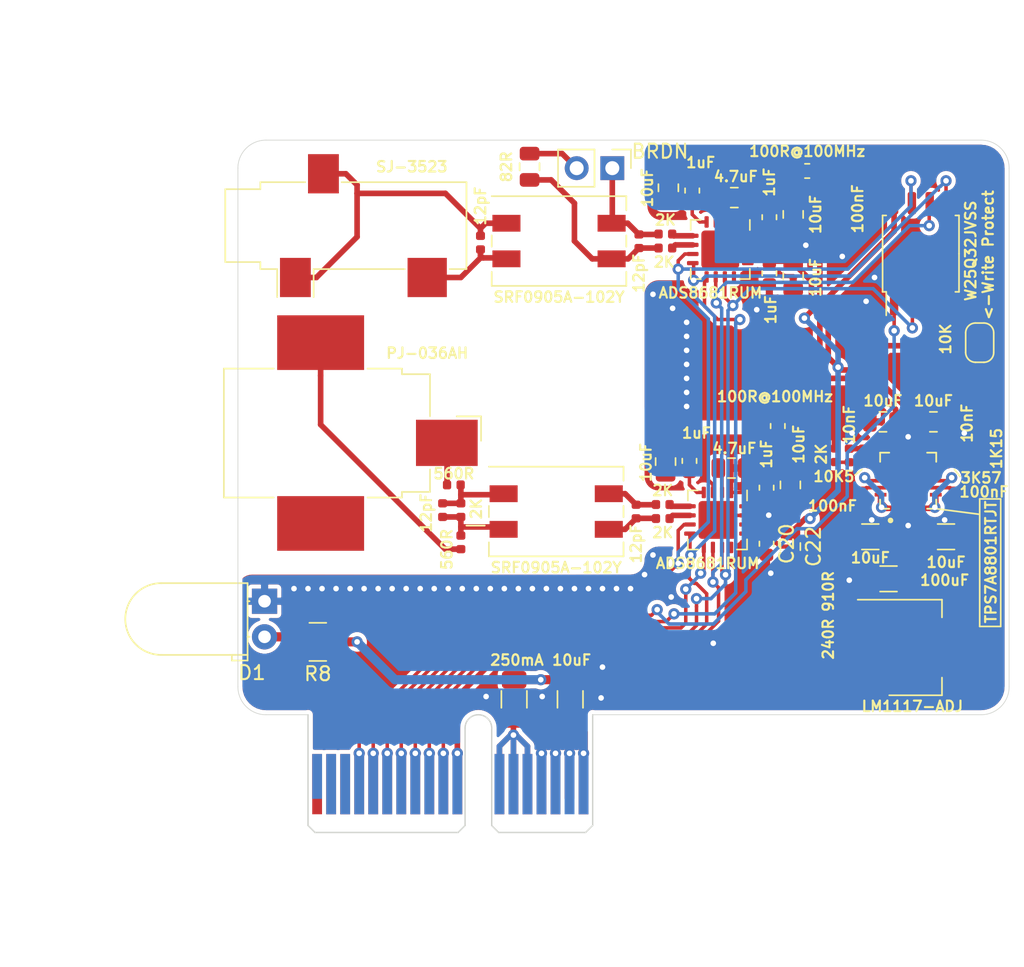
<source format=kicad_pcb>
(kicad_pcb (version 20171130) (host pcbnew "(5.1.5)-3")
  (title_block (title "VC-01 AFE Card") (date 2020-03-12) (rev "DRAFT WIP") (comment 1 "Matt Wood"))
  (layers (0 F.Cu signal) (31 B.Cu signal) (34 B.Paste user) (35 F.Paste user) (36 B.SilkS user hide) (37 F.SilkS user) (38 B.Mask user) (39 F.Mask user) (44 Edge.Cuts user))
  (net 0 "")
  (net 1 GND)
  (net 2 +3V3)
  (net 3 +12V)
  (net 4 "Net-(C1-Pad2)")
  (net 5 "Net-(C1-Pad1)")
  (net 6 "Net-(C2-Pad1)")
  (net 7 "Net-(C2-Pad2)")
  (net 8 +5V)
  (net 9 "Net-(C5-Pad2)")
  (net 10 "Net-(C6-Pad2)")
  (net 11 "Net-(D1-Pad2)")
  (net 12 "Net-(R2-Pad1)")
  (net 13 "Net-(R3-Pad1)")
  (net 14 "Net-(C7-Pad1)")
  (net 15 "Net-(C7-Pad2)")
  (net 16 "Net-(C8-Pad2)")
  (net 17 "Net-(C8-Pad1)")
  (net 18 "Net-(J2-Pad1)")
  (net 19 "Net-(J2-Pad2)")
  (net 20 "Net-(R12-Pad1)")
  (net 21 "Net-(R13-Pad1)")
  (net 22 "Net-(C14-Pad1)")
  (net 23 "Net-(C15-Pad1)")
  (net 24 "Net-(C16-Pad1)")
  (net 25 "Net-(C17-Pad1)")
  (net 26 /~RST)
  (net 27 /~CS_FLASH)
  (net 28 /~CS_CURRENT)
  (net 29 /~CS_VOLTAGE)
  (net 30 /SO)
  (net 31 /SI)
  (net 32 /SCLK)
  (net 33 "Net-(JP1-Pad1)")
  (net 34 "Net-(C24-Pad1)")
  (net 35 "Net-(C25-Pad1)")
  (net 36 "Net-(C26-Pad1)")
  (net 37 "Net-(R15-Pad2)")
  (net 38 "Net-(CRD1-PadA12)")
  (net 39 /U1_GNDA)
  (net 40 /U3_GNDA)
  (net 41 "Net-(J3-Pad2)")
  (module Connector_PCBEdge:BUS_PCIexpress_x1 (layer F.Cu) (at 129.65 144.15)
    (fp_text reference CRD1 hide)
    (fp_text value AFE_Card_Interface)
    (fp_line (start 10.55 -4) (end 10.55 2.95) (layer Edge.Cuts) (width 0.1))
    (fp_line (start 12.45 -4) (end 12.45 2.95) (layer Edge.Cuts) (width 0.1))
    (fp_line (start -0.65 -4.95) (end -0.65 2.95) (layer Edge.Cuts) (width 0.1))
    (fp_line (start -0.15 3.45) (end 10.05 3.45) (layer Edge.Cuts) (width 0.1))
    (fp_line (start 19.65 -4.95) (end 19.65 2.95) (layer Edge.Cuts) (width 0.1))
    (fp_line (start 12.95 3.45) (end 19.15 3.45) (layer Edge.Cuts) (width 0.1))
    (fp_line (start -0.65 2.95) (end -0.15 3.45) (layer Edge.Cuts) (width 0.1))
    (fp_line (start 10.55 2.95) (end 10.05 3.45) (layer Edge.Cuts) (width 0.1))
    (fp_line (start 12.45 2.95) (end 12.95 3.45) (layer Edge.Cuts) (width 0.1))
    (fp_line (start 19.65 2.95) (end 19.15 3.45) (layer Edge.Cuts) (width 0.1))
    (fp_arc (start 11.5 -4) (end 12.45 -4) (angle -180) (layer Edge.Cuts) (width 0.1))
    (pad B1 connect rect (at 0 0) (size 0.7 4.3) (layers F.Cu F.Mask))
    (pad B2 connect rect (at 1 0) (size 0.7 4.3) (layers F.Cu F.Mask))
    (pad B3 connect rect (at 2 0) (size 0.7 4.3) (layers F.Cu F.Mask))
    (pad B4 connect rect (at 3 0) (size 0.7 4.3) (layers F.Cu F.Mask) (net 26 /~RST))
    (pad B5 connect rect (at 4 0) (size 0.7 4.3) (layers F.Cu F.Mask) (net 27 /~CS_FLASH))
    (pad B6 connect rect (at 5 0) (size 0.7 4.3) (layers F.Cu F.Mask) (net 28 /~CS_CURRENT))
    (pad B7 connect rect (at 6 0) (size 0.7 4.3) (layers F.Cu F.Mask) (net 29 /~CS_VOLTAGE))
    (pad B8 connect rect (at 7 0) (size 0.7 4.3) (layers F.Cu F.Mask) (net 30 /SO))
    (pad B9 connect rect (at 8 0) (size 0.7 4.3) (layers F.Cu F.Mask) (net 31 /SI))
    (pad B10 connect rect (at 9 0) (size 0.7 4.3) (layers F.Cu F.Mask) (net 32 /SCLK))
    (pad B11 connect rect (at 10 0) (size 0.7 4.3) (layers F.Cu F.Mask) (net 2 +3V3))
    (pad B14 connect rect (at 15 0) (size 0.7 4.3) (layers F.Cu F.Mask) (net 38 "Net-(CRD1-PadA12)"))
    (pad B15 connect rect (at 16 0) (size 0.7 4.3) (layers F.Cu F.Mask) (net 1 GND))
    (pad B16 connect rect (at 17 0) (size 0.7 4.3) (layers F.Cu F.Mask) (net 1 GND))
    (pad B17 connect rect (at 18 -0.55) (size 0.7 3.2) (layers F.Cu F.Mask) (net 1 GND))
    (pad B18 connect rect (at 19 0) (size 0.7 4.3) (layers F.Cu F.Mask) (net 1 GND))
    (pad B12 connect rect (at 13 0) (size 0.7 4.3) (layers F.Cu F.Mask) (net 38 "Net-(CRD1-PadA12)"))
    (pad B13 connect rect (at 14 0) (size 0.7 4.3) (layers F.Cu F.Mask) (net 38 "Net-(CRD1-PadA12)"))
    (pad A1 connect rect (at 0 -0.55) (size 0.7 3.2) (layers B.Cu B.Mask))
    (pad A2 connect rect (at 1 0) (size 0.7 4.3) (layers B.Cu B.Mask))
    (pad A3 connect rect (at 2 0) (size 0.7 4.3) (layers B.Cu B.Mask))
    (pad A4 connect rect (at 3 0) (size 0.7 4.3) (layers B.Cu B.Mask) (net 26 /~RST))
    (pad A5 connect rect (at 4 0) (size 0.7 4.3) (layers B.Cu B.Mask) (net 27 /~CS_FLASH))
    (pad A6 connect rect (at 5 0) (size 0.7 4.3) (layers B.Cu B.Mask) (net 28 /~CS_CURRENT))
    (pad A7 connect rect (at 6 0) (size 0.7 4.3) (layers B.Cu B.Mask) (net 29 /~CS_VOLTAGE))
    (pad A8 connect rect (at 7 0) (size 0.7 4.3) (layers B.Cu B.Mask) (net 30 /SO))
    (pad A9 connect rect (at 8 0) (size 0.7 4.3) (layers B.Cu B.Mask) (net 31 /SI))
    (pad A10 connect rect (at 9 0) (size 0.7 4.3) (layers B.Cu B.Mask) (net 32 /SCLK))
    (pad A11 connect rect (at 10 0) (size 0.7 4.3) (layers B.Cu B.Mask) (net 2 +3V3))
    (pad A14 connect rect (at 15 0) (size 0.7 4.3) (layers B.Cu B.Mask) (net 38 "Net-(CRD1-PadA12)"))
    (pad A15 connect rect (at 16 0) (size 0.7 4.3) (layers B.Cu B.Mask) (net 1 GND))
    (pad A16 connect rect (at 17 0) (size 0.7 4.3) (layers B.Cu B.Mask) (net 1 GND))
    (pad A17 connect rect (at 18 0) (size 0.7 4.3) (layers B.Cu B.Mask) (net 1 GND))
    (pad A18 connect rect (at 19 0) (size 0.7 4.3) (layers B.Cu B.Mask) (net 1 GND))
    (pad A12 connect rect (at 13 0) (size 0.7 4.3) (layers B.Cu B.Mask) (net 38 "Net-(CRD1-PadA12)"))
    (pad A13 connect rect (at 14 0) (size 0.7 4.3) (layers B.Cu B.Mask) (net 38 "Net-(CRD1-PadA12)"))
  )
  (module Connector_BarrelJack:BarrelJack_CUI_PJ-036AH-SMT_Horizontal (layer F.Cu) (at 133.1 119.1 270)
    (fp_text reference J2)
    (fp_text value PJ-036AH (at -5.7 -4.4 180) (layer F.SilkS) (effects (font (size 0.75 0.75) (thickness 0.153))))
    (pad 1 smd rect (at 0.7 -5.8 270) (size 3.3 4.4) (layers F.Cu F.Paste F.Mask) (net 18 "Net-(J2-Pad1)"))
    (pad 2 smd rect (at -6.45 3.2 270) (size 3.9 6.2) (layers F.Cu F.Paste F.Mask) (net 19 "Net-(J2-Pad2)"))
    (pad 3 smd rect (at 6.45 3.2 270) (size 3.9 6.2) (layers F.Cu F.Paste F.Mask))
    (pad "" np_thru_hole circle (at 0 7 270) (size 2 2) (drill 2) (layers *.Cu *.Mask))
  )
  (module Capacitor_SMD:C_0805_2012Metric (layer F.Cu) (at 154.7 101.6 90)
    (fp_text reference C17)
    (fp_text value 10uF (at 0 -1.5 90) (layer F.SilkS) (effects (font (size 0.75 0.75) (thickness 0.153))))
    (pad 2 smd roundrect (at 0.9375 0 90) (size 0.975 1.4) (layers F.Cu F.Paste F.Mask) (net 39 /U1_GNDA))
    (pad 1 smd roundrect (at -0.9375 0 90) (size 0.975 1.4) (layers F.Cu F.Paste F.Mask) (net 25 "Net-(C17-Pad1)"))
  )
  (module Capacitor_SMD:C_0402_1005Metric (layer F.Cu) (at 141.3 105.515 270)
    (fp_text reference C1)
    (fp_text value 12pF (at -2.615 0 270) (layer F.SilkS) (effects (font (size 0.75 0.75) (thickness 0.153))))
    (pad 2 smd roundrect (at 0.485 0 270) (size 0.59 0.64) (layers F.Cu F.Paste F.Mask) (net 4 "Net-(C1-Pad2)"))
    (pad 1 smd roundrect (at -0.485 0 270) (size 0.59 0.64) (layers F.Cu F.Paste F.Mask) (net 5 "Net-(C1-Pad1)"))
  )
  (module Capacitor_SMD:C_0402_1005Metric (layer F.Cu) (at 152.6 105.415 270)
    (fp_text reference C2)
    (fp_text value 12pF (at 2.285 0 90) (layer F.SilkS) (effects (font (size 0.75 0.75) (thickness 0.153))))
    (pad 1 smd roundrect (at -0.485 0 270) (size 0.59 0.64) (layers F.Cu F.Paste F.Mask) (net 6 "Net-(C2-Pad1)"))
    (pad 2 smd roundrect (at 0.485 0 270) (size 0.59 0.64) (layers F.Cu F.Paste F.Mask) (net 7 "Net-(C2-Pad2)"))
  )
  (module Capacitor_SMD:C_0805_2012Metric (layer F.Cu) (at 173.6 118.3)
    (fp_text reference C3)
    (fp_text value 10uF (at 0 -1.5) (layer F.SilkS) (effects (font (size 0.75 0.75) (thickness 0.153))))
    (pad 2 smd roundrect (at 0.9375 0) (size 0.975 1.4) (layers F.Cu F.Paste F.Mask) (net 1 GND))
    (pad 1 smd roundrect (at -0.9375 0) (size 0.975 1.4) (layers F.Cu F.Paste F.Mask) (net 2 +3V3))
  )
  (module Capacitor_SMD:C_0805_2012Metric (layer F.Cu) (at 170 118.3 180)
    (fp_text reference C4)
    (fp_text value 10uF (at 0 1.5) (layer F.SilkS) (effects (font (size 0.75 0.75) (thickness 0.153))))
    (pad 1 smd roundrect (at -0.9375 0 180) (size 0.975 1.4) (layers F.Cu F.Paste F.Mask) (net 8 +5V))
    (pad 2 smd roundrect (at 0.9375 0 180) (size 0.975 1.4) (layers F.Cu F.Paste F.Mask) (net 1 GND))
  )
  (module Capacitor_SMD:C_0402_1005Metric (layer F.Cu) (at 168.6 123.7 90)
    (fp_text reference C5)
    (fp_text value 100nF (at -0.6 -2.2 180) (layer F.SilkS) (effects (font (size 0.75 0.75) (thickness 0.153))))
    (pad 1 smd roundrect (at -0.485 0 90) (size 0.59 0.64) (layers F.Cu F.Paste F.Mask) (net 1 GND))
    (pad 2 smd roundrect (at 0.485 0 90) (size 0.59 0.64) (layers F.Cu F.Paste F.Mask) (net 9 "Net-(C5-Pad2)"))
  )
  (module Capacitor_SMD:C_0402_1005Metric (layer F.Cu) (at 175 123.7 90)
    (fp_text reference C6)
    (fp_text value 100nF (at 0.4 2.2 180) (layer F.SilkS) (effects (font (size 0.75 0.75) (thickness 0.153))))
    (pad 2 smd roundrect (at 0.485 0 90) (size 0.59 0.64) (layers F.Cu F.Paste F.Mask) (net 10 "Net-(C6-Pad2)"))
    (pad 1 smd roundrect (at -0.485 0 90) (size 0.59 0.64) (layers F.Cu F.Paste F.Mask) (net 1 GND))
  )
  (module LED_THT:LED_D5.0mm_Horizontal_O1.27mm_Z3.0mm (layer F.Cu) (at 125.9 131.1 270)
    (fp_text reference D1 (at 5.1 0.9 180) (layer F.SilkS))
    (fp_text value LED)
    (pad 1 thru_hole rect (at 0 0 270) (size 1.8 1.8) (drill 0.9) (layers *.Cu *.Mask) (net 1 GND))
    (pad 2 thru_hole circle (at 2.54 0 270) (size 1.8 1.8) (drill 0.9) (layers *.Cu *.Mask) (net 11 "Net-(D1-Pad2)"))
  )
  (module Filter:Filter_Bourns_SRF0905_6.0x9.2mm (layer F.Cu) (at 146.9 105.4)
    (fp_text reference FL1)
    (fp_text value SRF0905A-102Y (at 0 4 180) (layer F.SilkS) (effects (font (size 0.75 0.75) (thickness 0.153))))
    (pad 1 smd rect (at -3.75 -1.27) (size 2 1.2) (layers F.Cu F.Paste F.Mask) (net 5 "Net-(C1-Pad1)"))
    (pad 2 smd rect (at -3.75 1.27) (size 2 1.2) (layers F.Cu F.Paste F.Mask) (net 4 "Net-(C1-Pad2)"))
    (pad 3 smd rect (at 3.75 1.27) (size 2 1.2) (layers F.Cu F.Paste F.Mask) (net 7 "Net-(C2-Pad2)"))
    (pad 4 smd rect (at 3.75 -1.27) (size 2 1.2) (layers F.Cu F.Paste F.Mask) (net 6 "Net-(C2-Pad1)"))
  )
  (module Connector_Audio:Jack_3.5mm_CUI_SJ-3523-SMT_Horizontal (layer F.Cu) (at 131.7 104.3 90)
    (fp_text reference J1)
    (fp_text value SJ-3523 (at 4.2 4.7 180) (layer F.SilkS) (effects (font (size 0.75 0.75) (thickness 0.153))))
    (pad R smd rect (at 3.7 -1.6 90) (size 2.8 2.2) (layers F.Cu F.Paste F.Mask) (net 5 "Net-(C1-Pad1)"))
    (pad S smd rect (at -3.7 -3.6 90) (size 2.8 2.2) (layers F.Cu F.Paste F.Mask) (net 5 "Net-(C1-Pad1)"))
    (pad T smd rect (at -3.7 5.8 90) (size 2.8 2.8) (layers F.Cu F.Paste F.Mask) (net 4 "Net-(C1-Pad2)"))
    (pad "" np_thru_hole circle (at 0 -2.5 90) (size 1.7 1.7) (drill 1.7) (layers *.Cu *.Mask))
    (pad "" np_thru_hole circle (at 0 4.5 90) (size 1.7 1.7) (drill 1.7) (layers *.Cu *.Mask))
  )
  (module Resistor_SMD:R_0402_1005Metric (layer F.Cu) (at 154.485 104.9 180)
    (fp_text reference R2)
    (fp_text value 2K (at 0 1) (layer F.SilkS) (effects (font (size 0.75 0.75) (thickness 0.153))))
    (pad 1 smd roundrect (at -0.485 0 180) (size 0.59 0.64) (layers F.Cu F.Paste F.Mask) (net 12 "Net-(R2-Pad1)"))
    (pad 2 smd roundrect (at 0.485 0 180) (size 0.59 0.64) (layers F.Cu F.Paste F.Mask) (net 6 "Net-(C2-Pad1)"))
  )
  (module Resistor_SMD:R_0402_1005Metric (layer F.Cu) (at 154.485 105.9 180)
    (fp_text reference R3)
    (fp_text value 2K (at 0.085 -1) (layer F.SilkS) (effects (font (size 0.75 0.75) (thickness 0.153))))
    (pad 2 smd roundrect (at 0.485 0 180) (size 0.59 0.64) (layers F.Cu F.Paste F.Mask) (net 7 "Net-(C2-Pad2)"))
    (pad 1 smd roundrect (at -0.485 0 180) (size 0.59 0.64) (layers F.Cu F.Paste F.Mask) (net 13 "Net-(R3-Pad1)"))
  )
  (module Resistor_SMD:R_0402_1005Metric (layer F.Cu) (at 168.6 120.7 270)
    (fp_text reference R4)
    (fp_text value 10K5 (at 1.5 2.1 180) (layer F.SilkS) (effects (font (size 0.75 0.75) (thickness 0.153))))
    (pad 1 smd roundrect (at -0.485 0 270) (size 0.59 0.64) (layers F.Cu F.Paste F.Mask) (net 8 +5V))
    (pad 2 smd roundrect (at 0.485 0 270) (size 0.59 0.64) (layers F.Cu F.Paste F.Mask) (net 34 "Net-(C24-Pad1)"))
  )
  (module Resistor_SMD:R_0402_1005Metric (layer F.Cu) (at 175 120.7 270)
    (fp_text reference R5)
    (fp_text value 3K57 (at 1.6 -2 180) (layer F.SilkS) (effects (font (size 0.75 0.75) (thickness 0.153))))
    (pad 2 smd roundrect (at 0.485 0 270) (size 0.59 0.64) (layers F.Cu F.Paste F.Mask) (net 35 "Net-(C25-Pad1)"))
    (pad 1 smd roundrect (at -0.485 0 270) (size 0.59 0.64) (layers F.Cu F.Paste F.Mask) (net 2 +3V3))
  )
  (module Resistor_SMD:R_0402_1005Metric (layer F.Cu) (at 166.6 120.685 90)
    (fp_text reference R6)
    (fp_text value 2K (at 0.085 -1 90) (layer F.SilkS) (effects (font (size 0.75 0.75) (thickness 0.153))))
    (pad 1 smd roundrect (at -0.485 0 90) (size 0.59 0.64) (layers F.Cu F.Paste F.Mask) (net 34 "Net-(C24-Pad1)"))
    (pad 2 smd roundrect (at 0.485 0 90) (size 0.59 0.64) (layers F.Cu F.Paste F.Mask) (net 1 GND))
  )
  (module Resistor_SMD:R_0402_1005Metric (layer F.Cu) (at 177 120.685 90)
    (fp_text reference R7)
    (fp_text value 1K15 (at 0.485 1.1 90) (layer F.SilkS) (effects (font (size 0.75 0.75) (thickness 0.153))))
    (pad 2 smd roundrect (at 0.485 0 90) (size 0.59 0.64) (layers F.Cu F.Paste F.Mask) (net 1 GND))
    (pad 1 smd roundrect (at -0.485 0 90) (size 0.59 0.64) (layers F.Cu F.Paste F.Mask) (net 35 "Net-(C25-Pad1)"))
  )
  (module Resistor_SMD:R_1210_3225Metric (layer F.Cu) (at 129.7 134 180)
    (fp_text reference R8 (at 0 -2.28) (layer F.SilkS))
    (fp_text value R)
    (pad 1 smd roundrect (at -1.4 0 180) (size 1.25 2.65) (layers F.Cu F.Paste F.Mask) (roundrect_rratio 0.2) (net 3 +12V))
    (pad 2 smd roundrect (at 1.4 0 180) (size 1.25 2.65) (layers F.Cu F.Paste F.Mask) (roundrect_rratio 0.2) (net 11 "Net-(D1-Pad2)"))
  )
  (module Package_DFN_QFN:QFN-16-1EP_4x4mm_P0.65mm_EP2.7x2.7mm (layer F.Cu) (at 158.4 106 270)
    (fp_text reference U1)
    (fp_text value ADS8681RUM (at 3.1 0.7 180) (layer F.SilkS) (effects (font (size 0.75 0.75) (thickness 0.153))))
    (pad 17 smd roundrect (at 0 0 270) (size 2.7 2.7) (layers F.Cu F.Mask) (roundrect_rratio 0.09259299999999999) (net 1 GND))
    (pad 1 smd roundrect (at -1.9625 -0.975 270) (size 0.825 0.3) (layers F.Cu F.Paste F.Mask) (net 39 /U1_GNDA))
    (pad 2 smd roundrect (at -1.9625 -0.325 270) (size 0.825 0.3) (layers F.Cu F.Paste F.Mask) (net 23 "Net-(C15-Pad1)"))
    (pad 3 smd roundrect (at -1.9625 0.325 270) (size 0.825 0.3) (layers F.Cu F.Paste F.Mask) (net 39 /U1_GNDA))
    (pad 4 smd roundrect (at -1.9625 0.975 270) (size 0.825 0.3) (layers F.Cu F.Paste F.Mask) (net 25 "Net-(C17-Pad1)"))
    (pad 5 smd roundrect (at -0.975 1.9625 270) (size 0.3 0.825) (layers F.Cu F.Paste F.Mask) (net 12 "Net-(R2-Pad1)"))
    (pad 6 smd roundrect (at -0.325 1.9625 270) (size 0.3 0.825) (layers F.Cu F.Paste F.Mask) (net 13 "Net-(R3-Pad1)"))
    (pad 7 smd roundrect (at 0.325 1.9625 270) (size 0.3 0.825) (layers F.Cu F.Paste F.Mask) (net 26 /~RST))
    (pad 8 smd roundrect (at 0.975 1.9625 270) (size 0.3 0.825) (layers F.Cu F.Paste F.Mask) (net 31 /SI))
    (pad 9 smd roundrect (at 1.9625 0.975 270) (size 0.825 0.3) (layers F.Cu F.Paste F.Mask) (net 28 /~CS_CURRENT))
    (pad 10 smd roundrect (at 1.9625 0.325 270) (size 0.825 0.3) (layers F.Cu F.Paste F.Mask) (net 32 /SCLK))
    (pad 11 smd roundrect (at 1.9625 -0.325 270) (size 0.825 0.3) (layers F.Cu F.Paste F.Mask) (net 30 /SO))
    (pad 12 smd roundrect (at 1.9625 -0.975 270) (size 0.825 0.3) (layers F.Cu F.Paste F.Mask))
    (pad 13 smd roundrect (at 0.975 -1.9625 270) (size 0.3 0.825) (layers F.Cu F.Paste F.Mask))
    (pad 14 smd roundrect (at 0.325 -1.9625 270) (size 0.3 0.825) (layers F.Cu F.Paste F.Mask) (net 2 +3V3))
    (pad 15 smd roundrect (at -0.325 -1.9625 270) (size 0.3 0.825) (layers F.Cu F.Paste F.Mask) (net 1 GND))
    (pad 16 smd roundrect (at -0.975 -1.9625 270) (size 0.3 0.825) (layers F.Cu F.Paste F.Mask) (net 8 +5V))
  )
  (module ProjectLib:QFN50P400X400X80-21N (layer F.Cu) (at 171.8 122.5 90)
    (fp_text reference U2)
    (fp_text value TPS7A8801RTJT (at -5.8 5.9 270) (layer F.SilkS) (effects (font (size 0.75 0.75) (thickness 0.153))))
    (pad 6 smd rect (at -1 1.97 90) (size 0.26 0.84) (layers F.Cu F.Paste F.Mask) (net 36 "Net-(C26-Pad1)"))
    (pad 7 smd rect (at -0.5 1.97 90) (size 0.26 0.84) (layers F.Cu F.Paste F.Mask) (net 10 "Net-(C6-Pad2)"))
    (pad 8 smd rect (at 0 1.97 90) (size 0.26 0.84) (layers F.Cu F.Paste F.Mask) (net 36 "Net-(C26-Pad1)"))
    (pad 9 smd rect (at 0.5 1.97 90) (size 0.26 0.84) (layers F.Cu F.Paste F.Mask))
    (pad 10 smd rect (at 1 1.97 90) (size 0.26 0.84) (layers F.Cu F.Paste F.Mask) (net 35 "Net-(C25-Pad1)"))
    (pad 16 smd rect (at 1 -1.97 90) (size 0.26 0.84) (layers F.Cu F.Paste F.Mask) (net 34 "Net-(C24-Pad1)"))
    (pad 17 smd rect (at 0.5 -1.97 90) (size 0.26 0.84) (layers F.Cu F.Paste F.Mask))
    (pad 18 smd rect (at 0 -1.97 90) (size 0.26 0.84) (layers F.Cu F.Paste F.Mask) (net 36 "Net-(C26-Pad1)"))
    (pad 19 smd rect (at -0.5 -1.97 90) (size 0.26 0.84) (layers F.Cu F.Paste F.Mask) (net 9 "Net-(C5-Pad2)"))
    (pad 20 smd rect (at -1 -1.97 90) (size 0.26 0.84) (layers F.Cu F.Paste F.Mask) (net 36 "Net-(C26-Pad1)"))
    (pad 1 smd rect (at -1.97 -1 90) (size 0.84 0.26) (layers F.Cu F.Paste F.Mask) (net 36 "Net-(C26-Pad1)"))
    (pad 2 smd rect (at -1.97 -0.5 90) (size 0.84 0.26) (layers F.Cu F.Paste F.Mask) (net 36 "Net-(C26-Pad1)"))
    (pad 3 smd rect (at -1.97 0 90) (size 0.84 0.26) (layers F.Cu F.Paste F.Mask) (net 1 GND))
    (pad 4 smd rect (at -1.97 0.5 90) (size 0.84 0.26) (layers F.Cu F.Paste F.Mask) (net 36 "Net-(C26-Pad1)"))
    (pad 5 smd rect (at -1.97 1 90) (size 0.84 0.26) (layers F.Cu F.Paste F.Mask) (net 36 "Net-(C26-Pad1)"))
    (pad 11 smd rect (at 1.97 1 90) (size 0.84 0.26) (layers F.Cu F.Paste F.Mask) (net 2 +3V3))
    (pad 12 smd rect (at 1.97 0.5 90) (size 0.84 0.26) (layers F.Cu F.Paste F.Mask) (net 2 +3V3))
    (pad 13 smd rect (at 1.97 0 90) (size 0.84 0.26) (layers F.Cu F.Paste F.Mask) (net 1 GND))
    (pad 14 smd rect (at 1.97 -0.5 90) (size 0.84 0.26) (layers F.Cu F.Paste F.Mask) (net 8 +5V))
    (pad 15 smd rect (at 1.97 -1 90) (size 0.84 0.26) (layers F.Cu F.Paste F.Mask) (net 8 +5V))
    (pad 21 smd rect (at 0 0 90) (size 2.7 2.7) (layers F.Cu F.Mask) (net 1 GND))
  )
  (module Capacitor_SMD:C_0402_1005Metric (layer F.Cu) (at 138.6 124.6 270)
    (fp_text reference C7)
    (fp_text value 12pF (at 0.2 1.17 90) (layer F.SilkS) (effects (font (size 0.75 0.75) (thickness 0.153))))
    (pad 1 smd roundrect (at -0.485 0 270) (size 0.59 0.64) (layers F.Cu F.Paste F.Mask) (net 14 "Net-(C7-Pad1)"))
    (pad 2 smd roundrect (at 0.485 0 270) (size 0.59 0.64) (layers F.Cu F.Paste F.Mask) (net 15 "Net-(C7-Pad2)"))
  )
  (module Capacitor_SMD:C_0402_1005Metric (layer F.Cu) (at 152.4 124.7 270)
    (fp_text reference C8)
    (fp_text value 12pF (at 2.3 0 90) (layer F.SilkS) (effects (font (size 0.75 0.75) (thickness 0.153))))
    (pad 2 smd roundrect (at 0.485 0 270) (size 0.59 0.64) (layers F.Cu F.Paste F.Mask) (net 16 "Net-(C8-Pad2)"))
    (pad 1 smd roundrect (at -0.485 0 270) (size 0.59 0.64) (layers F.Cu F.Paste F.Mask) (net 17 "Net-(C8-Pad1)"))
  )
  (module Filter:Filter_Bourns_SRF0905_6.0x9.2mm (layer F.Cu) (at 146.7 124.7)
    (fp_text reference FL2)
    (fp_text value SRF0905A-102Y (at 0 4 180) (layer F.SilkS) (effects (font (size 0.75 0.75) (thickness 0.153))))
    (pad 1 smd rect (at -3.75 -1.27) (size 2 1.2) (layers F.Cu F.Paste F.Mask) (net 14 "Net-(C7-Pad1)"))
    (pad 2 smd rect (at -3.75 1.27) (size 2 1.2) (layers F.Cu F.Paste F.Mask) (net 15 "Net-(C7-Pad2)"))
    (pad 3 smd rect (at 3.75 1.27) (size 2 1.2) (layers F.Cu F.Paste F.Mask) (net 16 "Net-(C8-Pad2)"))
    (pad 4 smd rect (at 3.75 -1.27) (size 2 1.2) (layers F.Cu F.Paste F.Mask) (net 17 "Net-(C8-Pad1)"))
  )
  (module Resistor_SMD:R_0402_1005Metric (layer F.Cu) (at 139.9 126.9 270)
    (fp_text reference R9)
    (fp_text value 560R (at 0.5 1 90) (layer F.SilkS) (effects (font (size 0.75 0.75) (thickness 0.153))))
    (pad 2 smd roundrect (at 0.485 0 270) (size 0.59 0.64) (layers F.Cu F.Paste F.Mask) (net 19 "Net-(J2-Pad2)"))
    (pad 1 smd roundrect (at -0.485 0 270) (size 0.59 0.64) (layers F.Cu F.Paste F.Mask) (net 15 "Net-(C7-Pad2)"))
  )
  (module Resistor_SMD:R_0402_1005Metric (layer F.Cu) (at 139.4 122.8 180)
    (fp_text reference R10)
    (fp_text value 560R (at 0 0.8) (layer F.SilkS) (effects (font (size 0.75 0.75) (thickness 0.153))))
    (pad 1 smd roundrect (at -0.485 0 180) (size 0.59 0.64) (layers F.Cu F.Paste F.Mask) (net 14 "Net-(C7-Pad1)"))
    (pad 2 smd roundrect (at 0.485 0 180) (size 0.59 0.64) (layers F.Cu F.Paste F.Mask) (net 18 "Net-(J2-Pad1)"))
  )
  (module Resistor_SMD:R_0402_1005Metric (layer F.Cu) (at 139.9 124.6 270)
    (fp_text reference R11)
    (fp_text value 2K (at -0.1 -1.1 90) (layer F.SilkS) (effects (font (size 0.75 0.75) (thickness 0.153))))
    (pad 1 smd roundrect (at -0.485 0 270) (size 0.59 0.64) (layers F.Cu F.Paste F.Mask) (net 14 "Net-(C7-Pad1)"))
    (pad 2 smd roundrect (at 0.485 0 270) (size 0.59 0.64) (layers F.Cu F.Paste F.Mask) (net 15 "Net-(C7-Pad2)"))
  )
  (module Resistor_SMD:R_0402_1005Metric (layer F.Cu) (at 154.3 124.2 180)
    (fp_text reference R12)
    (fp_text value 2K (at 0 1) (layer F.SilkS) (effects (font (size 0.75 0.75) (thickness 0.153))))
    (pad 1 smd roundrect (at -0.485 0 180) (size 0.59 0.64) (layers F.Cu F.Paste F.Mask) (net 20 "Net-(R12-Pad1)"))
    (pad 2 smd roundrect (at 0.485 0 180) (size 0.59 0.64) (layers F.Cu F.Paste F.Mask) (net 17 "Net-(C8-Pad1)"))
  )
  (module Resistor_SMD:R_0402_1005Metric (layer F.Cu) (at 154.3 125.2 180)
    (fp_text reference R13)
    (fp_text value 2K (at 0 -1) (layer F.SilkS) (effects (font (size 0.75 0.75) (thickness 0.153))))
    (pad 2 smd roundrect (at 0.485 0 180) (size 0.59 0.64) (layers F.Cu F.Paste F.Mask) (net 16 "Net-(C8-Pad2)"))
    (pad 1 smd roundrect (at -0.485 0 180) (size 0.59 0.64) (layers F.Cu F.Paste F.Mask) (net 21 "Net-(R13-Pad1)"))
  )
  (module Package_DFN_QFN:QFN-16-1EP_4x4mm_P0.65mm_EP2.7x2.7mm (layer F.Cu) (at 158.2 125.3 270)
    (fp_text reference U3)
    (fp_text value ADS8681RUM (at 3.1 0.7 180) (layer F.SilkS) (effects (font (size 0.75 0.75) (thickness 0.153))))
    (pad 17 smd roundrect (at 0 0 270) (size 2.7 2.7) (layers F.Cu F.Mask) (roundrect_rratio 0.09259299999999999) (net 1 GND))
    (pad 1 smd roundrect (at -1.9625 -0.975 270) (size 0.825 0.3) (layers F.Cu F.Paste F.Mask) (net 40 /U3_GNDA))
    (pad 2 smd roundrect (at -1.9625 -0.325 270) (size 0.825 0.3) (layers F.Cu F.Paste F.Mask) (net 22 "Net-(C14-Pad1)"))
    (pad 3 smd roundrect (at -1.9625 0.325 270) (size 0.825 0.3) (layers F.Cu F.Paste F.Mask) (net 40 /U3_GNDA))
    (pad 4 smd roundrect (at -1.9625 0.975 270) (size 0.825 0.3) (layers F.Cu F.Paste F.Mask) (net 24 "Net-(C16-Pad1)"))
    (pad 5 smd roundrect (at -0.975 1.9625 270) (size 0.3 0.825) (layers F.Cu F.Paste F.Mask) (net 20 "Net-(R12-Pad1)"))
    (pad 6 smd roundrect (at -0.325 1.9625 270) (size 0.3 0.825) (layers F.Cu F.Paste F.Mask) (net 21 "Net-(R13-Pad1)"))
    (pad 7 smd roundrect (at 0.325 1.9625 270) (size 0.3 0.825) (layers F.Cu F.Paste F.Mask) (net 26 /~RST))
    (pad 8 smd roundrect (at 0.975 1.9625 270) (size 0.3 0.825) (layers F.Cu F.Paste F.Mask) (net 31 /SI))
    (pad 9 smd roundrect (at 1.9625 0.975 270) (size 0.825 0.3) (layers F.Cu F.Paste F.Mask) (net 29 /~CS_VOLTAGE))
    (pad 10 smd roundrect (at 1.9625 0.325 270) (size 0.825 0.3) (layers F.Cu F.Paste F.Mask) (net 32 /SCLK))
    (pad 11 smd roundrect (at 1.9625 -0.325 270) (size 0.825 0.3) (layers F.Cu F.Paste F.Mask) (net 30 /SO))
    (pad 12 smd roundrect (at 1.9625 -0.975 270) (size 0.825 0.3) (layers F.Cu F.Paste F.Mask))
    (pad 13 smd roundrect (at 0.975 -1.9625 270) (size 0.3 0.825) (layers F.Cu F.Paste F.Mask))
    (pad 14 smd roundrect (at 0.325 -1.9625 270) (size 0.3 0.825) (layers F.Cu F.Paste F.Mask) (net 2 +3V3))
    (pad 15 smd roundrect (at -0.325 -1.9625 270) (size 0.3 0.825) (layers F.Cu F.Paste F.Mask) (net 1 GND))
    (pad 16 smd roundrect (at -0.975 -1.9625 270) (size 0.3 0.825) (layers F.Cu F.Paste F.Mask) (net 8 +5V))
  )
  (module Capacitor_SMD:C_0402_1005Metric (layer F.Cu) (at 169.2 103.2 90)
    (fp_text reference C9)
    (fp_text value 100nF (at 0.1 -1 90) (layer F.SilkS) (effects (font (size 0.75 0.75) (thickness 0.153))))
    (pad 1 smd roundrect (at -0.485 0 90) (size 0.59 0.64) (layers F.Cu F.Paste F.Mask) (net 1 GND))
    (pad 2 smd roundrect (at 0.485 0 90) (size 0.59 0.64) (layers F.Cu F.Paste F.Mask) (net 2 +3V3))
  )
  (module Package_SO:SOIC-8_5.23x5.23mm_P1.27mm (layer F.Cu) (at 172.7 106.3 90)
    (fp_text reference U4)
    (fp_text value W25Q32JVSS (at 0.2 3.56 90) (layer F.SilkS) (effects (font (size 0.75 0.75) (thickness 0.153))))
    (pad 1 smd roundrect (at -3.6 -1.905 90) (size 1.6 0.6) (layers F.Cu F.Paste F.Mask) (net 27 /~CS_FLASH))
    (pad 2 smd roundrect (at -3.6 -0.635 90) (size 1.6 0.6) (layers F.Cu F.Paste F.Mask) (net 30 /SO))
    (pad 3 smd roundrect (at -3.6 0.635 90) (size 1.6 0.6) (layers F.Cu F.Paste F.Mask) (net 33 "Net-(JP1-Pad1)"))
    (pad 4 smd roundrect (at -3.6 1.905 90) (size 1.6 0.6) (layers F.Cu F.Paste F.Mask) (net 1 GND))
    (pad 5 smd roundrect (at 3.6 1.905 90) (size 1.6 0.6) (layers F.Cu F.Paste F.Mask) (net 31 /SI))
    (pad 6 smd roundrect (at 3.6 0.635 90) (size 1.6 0.6) (layers F.Cu F.Paste F.Mask) (net 32 /SCLK))
    (pad 7 smd roundrect (at 3.6 -0.635 90) (size 1.6 0.6) (layers F.Cu F.Paste F.Mask) (net 26 /~RST))
    (pad 8 smd roundrect (at 3.6 -1.905 90) (size 1.6 0.6) (layers F.Cu F.Paste F.Mask) (net 2 +3V3))
  )
  (module Capacitor_SMD:C_0603_1608Metric (layer F.Cu) (at 161.7 123 90)
    (fp_text reference C10)
    (fp_text value 1uF (at 2.4 0 90) (layer F.SilkS) (effects (font (size 0.75 0.75) (thickness 0.153))))
    (pad 2 smd roundrect (at 0.7875 0 90) (size 0.875 0.95) (layers F.Cu F.Paste F.Mask) (net 40 /U3_GNDA))
    (pad 1 smd roundrect (at -0.7875 0 90) (size 0.875 0.95) (layers F.Cu F.Paste F.Mask) (net 8 +5V))
  )
  (module Capacitor_SMD:C_0603_1608Metric (layer F.Cu) (at 161.9 103.7 90)
    (fp_text reference C11)
    (fp_text value 1uF (at 2.5 0 90) (layer F.SilkS) (effects (font (size 0.75 0.75) (thickness 0.153))))
    (pad 1 smd roundrect (at -0.7875 0 90) (size 0.875 0.95) (layers F.Cu F.Paste F.Mask) (net 8 +5V))
    (pad 2 smd roundrect (at 0.7875 0 90) (size 0.875 0.95) (layers F.Cu F.Paste F.Mask) (net 39 /U1_GNDA))
  )
  (module Capacitor_SMD:C_0805_2012Metric (layer F.Cu) (at 163.4 122.8 90)
    (fp_text reference C12)
    (fp_text value 10uF (at 2.9 0.6 90) (layer F.SilkS) (effects (font (size 0.75 0.75) (thickness 0.153))))
    (pad 1 smd roundrect (at -0.9375 0 90) (size 0.975 1.4) (layers F.Cu F.Paste F.Mask) (net 8 +5V))
    (pad 2 smd roundrect (at 0.9375 0 90) (size 0.975 1.4) (layers F.Cu F.Paste F.Mask) (net 40 /U3_GNDA))
  )
  (module Capacitor_SMD:C_0805_2012Metric (layer F.Cu) (at 163.6 103.5 90)
    (fp_text reference C13)
    (fp_text value 10uF (at 0 1.6 90) (layer F.SilkS) (effects (font (size 0.75 0.75) (thickness 0.153))))
    (pad 2 smd roundrect (at 0.9375 0 90) (size 0.975 1.4) (layers F.Cu F.Paste F.Mask) (net 39 /U1_GNDA))
    (pad 1 smd roundrect (at -0.9375 0 90) (size 0.975 1.4) (layers F.Cu F.Paste F.Mask) (net 8 +5V))
  )
  (module Capacitor_SMD:C_0805_2012Metric (layer F.Cu) (at 159.2 121.6)
    (fp_text reference C14)
    (fp_text value 4.7uF (at 0.2 -1.4) (layer F.SilkS) (effects (font (size 0.75 0.75) (thickness 0.153))))
    (pad 1 smd roundrect (at -0.9375 0) (size 0.975 1.4) (layers F.Cu F.Paste F.Mask) (net 22 "Net-(C14-Pad1)"))
    (pad 2 smd roundrect (at 0.9375 0) (size 0.975 1.4) (layers F.Cu F.Paste F.Mask) (net 40 /U3_GNDA))
  )
  (module Capacitor_SMD:C_0805_2012Metric (layer F.Cu) (at 159.4 102.3)
    (fp_text reference C15)
    (fp_text value 4.7uF (at 0.1 -1.5) (layer F.SilkS) (effects (font (size 0.75 0.75) (thickness 0.153))))
    (pad 2 smd roundrect (at 0.9375 0) (size 0.975 1.4) (layers F.Cu F.Paste F.Mask) (net 39 /U1_GNDA))
    (pad 1 smd roundrect (at -0.9375 0) (size 0.975 1.4) (layers F.Cu F.Paste F.Mask) (net 23 "Net-(C15-Pad1)"))
  )
  (module Capacitor_SMD:C_0805_2012Metric (layer F.Cu) (at 154.5 121.1375 90)
    (fp_text reference C16)
    (fp_text value 10uF (at -0.0625 -1.4 90) (layer F.SilkS) (effects (font (size 0.75 0.75) (thickness 0.153))))
    (pad 2 smd roundrect (at 0.9375 0 90) (size 0.975 1.4) (layers F.Cu F.Paste F.Mask) (net 40 /U3_GNDA))
    (pad 1 smd roundrect (at -0.9375 0 90) (size 0.975 1.4) (layers F.Cu F.Paste F.Mask) (net 24 "Net-(C16-Pad1)"))
  )
  (module Capacitor_SMD:C_0603_1608Metric (layer F.Cu) (at 156.2 121.0875 90)
    (fp_text reference C18)
    (fp_text value 1uF (at 1.9875 0.5 180) (layer F.SilkS) (effects (font (size 0.75 0.75) (thickness 0.153))))
    (pad 1 smd roundrect (at -0.7875 0 90) (size 0.875 0.95) (layers F.Cu F.Paste F.Mask) (net 24 "Net-(C16-Pad1)"))
    (pad 2 smd roundrect (at 0.7875 0 90) (size 0.875 0.95) (layers F.Cu F.Paste F.Mask) (net 40 /U3_GNDA))
  )
  (module Capacitor_SMD:C_0603_1608Metric (layer F.Cu) (at 156.4 101.8 90)
    (fp_text reference C19)
    (fp_text value 1uF (at 2 0.6 180) (layer F.SilkS) (effects (font (size 0.75 0.75) (thickness 0.153))))
    (pad 2 smd roundrect (at 0.7875 0 90) (size 0.875 0.95) (layers F.Cu F.Paste F.Mask) (net 39 /U1_GNDA))
    (pad 1 smd roundrect (at -0.7875 0 90) (size 0.875 0.95) (layers F.Cu F.Paste F.Mask) (net 25 "Net-(C17-Pad1)"))
  )
  (module Capacitor_SMD:C_0603_1608Metric (layer F.Cu) (at 161.7 127 270)
    (fp_text reference C20 (at 0 -1.43 90) (layer F.SilkS))
    (fp_text value 1uF)
    (pad 2 smd roundrect (at 0.7875 0 270) (size 0.875 0.95) (layers F.Cu F.Paste F.Mask) (net 1 GND))
    (pad 1 smd roundrect (at -0.7875 0 270) (size 0.875 0.95) (layers F.Cu F.Paste F.Mask) (net 2 +3V3))
  )
  (module Capacitor_SMD:C_0603_1608Metric (layer F.Cu) (at 161.9 107.7 270)
    (fp_text reference C21)
    (fp_text value 1uF (at 2.6 -0.1 90) (layer F.SilkS) (effects (font (size 0.75 0.75) (thickness 0.153))))
    (pad 1 smd roundrect (at -0.7875 0 270) (size 0.875 0.95) (layers F.Cu F.Paste F.Mask) (net 2 +3V3))
    (pad 2 smd roundrect (at 0.7875 0 270) (size 0.875 0.95) (layers F.Cu F.Paste F.Mask) (net 1 GND))
  )
  (module Capacitor_SMD:C_0805_2012Metric (layer F.Cu) (at 163.4 127.2 270)
    (fp_text reference C22 (at 0 -1.65 90) (layer F.SilkS))
    (fp_text value 10uF)
    (pad 2 smd roundrect (at 0.9375 0 270) (size 0.975 1.4) (layers F.Cu F.Paste F.Mask) (net 1 GND))
    (pad 1 smd roundrect (at -0.9375 0 270) (size 0.975 1.4) (layers F.Cu F.Paste F.Mask) (net 2 +3V3))
  )
  (module Capacitor_SMD:C_0805_2012Metric (layer F.Cu) (at 163.6 107.9 270)
    (fp_text reference C23)
    (fp_text value 10uF (at 0.1 -1.6 90) (layer F.SilkS) (effects (font (size 0.75 0.75) (thickness 0.153))))
    (pad 1 smd roundrect (at -0.9375 0 270) (size 0.975 1.4) (layers F.Cu F.Paste F.Mask) (net 2 +3V3))
    (pad 2 smd roundrect (at 0.9375 0 270) (size 0.975 1.4) (layers F.Cu F.Paste F.Mask) (net 1 GND))
  )
  (module Jumper:SolderJumper-2_P1.3mm_Open_RoundedPad1.0x1.5mm (layer F.Cu) (at 176.9 112.65 90)
    (fp_text reference JP1)
    (fp_text value "<-Write Protect" (at 6.25 0.6 90) (layer F.SilkS) (effects (font (size 0.75 0.75) (thickness 0.153))))
    (pad 1 smd custom (at -0.65 0 90) (size 1 0.5) (layers F.Cu F.Mask) (net 33 "Net-(JP1-Pad1)") (options (clearance outline) (anchor rect)) (primitives (gr_circle (center 0 0.25) (end 0.5 0.25) (width 0)) (gr_circle (center 0 -0.25) (end 0.5 -0.25) (width 0)) (gr_poly (pts (xy 0 -0.75) (xy 0.5 -0.75) (xy 0.5 0.75) (xy 0 0.75)) (width 0))))
    (pad 2 smd custom (at 0.65 0 90) (size 1 0.5) (layers F.Cu F.Mask) (net 1 GND) (options (clearance outline) (anchor rect)) (primitives (gr_circle (center 0 0.25) (end 0.5 0.25) (width 0)) (gr_circle (center 0 -0.25) (end 0.5 -0.25) (width 0)) (gr_poly (pts (xy 0 -0.75) (xy -0.5 -0.75) (xy -0.5 0.75) (xy 0 0.75)) (width 0))))
  )
  (module Resistor_SMD:R_0402_1005Metric (layer F.Cu) (at 173.3 112.385 90)
    (fp_text reference R14)
    (fp_text value 10K (at 0 1.17 90) (layer F.SilkS) (effects (font (size 0.75 0.75) (thickness 0.153))))
    (pad 1 smd roundrect (at -0.485 0 90) (size 0.59 0.64) (layers F.Cu F.Paste F.Mask) (net 2 +3V3))
    (pad 2 smd roundrect (at 0.485 0 90) (size 0.59 0.64) (layers F.Cu F.Paste F.Mask) (net 33 "Net-(JP1-Pad1)"))
  )
  (module Capacitor_SMD:C_0402_1005Metric (layer F.Cu) (at 167.6 120.7 90)
    (fp_text reference C24)
    (fp_text value 10nF (at 2.2 0 90) (layer F.SilkS) (effects (font (size 0.75 0.75) (thickness 0.153))))
    (pad 1 smd roundrect (at -0.485 0 90) (size 0.59 0.64) (layers F.Cu F.Paste F.Mask) (net 34 "Net-(C24-Pad1)"))
    (pad 2 smd roundrect (at 0.485 0 90) (size 0.59 0.64) (layers F.Cu F.Paste F.Mask) (net 8 +5V))
  )
  (module Capacitor_SMD:C_0402_1005Metric (layer F.Cu) (at 176 120.7 90)
    (fp_text reference C25)
    (fp_text value 10nF (at 2.3 0 90) (layer F.SilkS) (effects (font (size 0.75 0.75) (thickness 0.153))))
    (pad 2 smd roundrect (at 0.485 0 90) (size 0.59 0.64) (layers F.Cu F.Paste F.Mask) (net 2 +3V3))
    (pad 1 smd roundrect (at -0.485 0 90) (size 0.59 0.64) (layers F.Cu F.Paste F.Mask) (net 35 "Net-(C25-Pad1)"))
  )
  (module Capacitor_SMD:C_1206_3216Metric (layer F.Cu) (at 174.5 126.5)
    (fp_text reference C26)
    (fp_text value 10uF (at 0 1.82) (layer F.SilkS) (effects (font (size 0.75 0.75) (thickness 0.153))))
    (pad 2 smd roundrect (at 1.4 0) (size 1.25 1.75) (layers F.Cu F.Paste F.Mask) (roundrect_rratio 0.2) (net 1 GND))
    (pad 1 smd roundrect (at -1.4 0) (size 1.25 1.75) (layers F.Cu F.Paste F.Mask) (roundrect_rratio 0.2) (net 36 "Net-(C26-Pad1)"))
  )
  (module Capacitor_SMD:C_1206_3216Metric (layer F.Cu) (at 169.1 126.5 180)
    (fp_text reference C27)
    (fp_text value 10uF (at 0 -1.5) (layer F.SilkS) (effects (font (size 0.75 0.75) (thickness 0.153))))
    (pad 1 smd roundrect (at -1.4 0 180) (size 1.25 1.75) (layers F.Cu F.Paste F.Mask) (roundrect_rratio 0.2) (net 36 "Net-(C26-Pad1)"))
    (pad 2 smd roundrect (at 1.4 0 180) (size 1.25 1.75) (layers F.Cu F.Paste F.Mask) (roundrect_rratio 0.2) (net 1 GND))
  )
  (module Capacitor_SMD:C_1206_3216Metric (layer F.Cu) (at 170.4 129.5 180)
    (fp_text reference C28)
    (fp_text value 100uF (at -4 -0.1) (layer F.SilkS) (effects (font (size 0.75 0.75) (thickness 0.153))))
    (pad 1 smd roundrect (at -1.4 0 180) (size 1.25 1.75) (layers F.Cu F.Paste F.Mask) (roundrect_rratio 0.2) (net 36 "Net-(C26-Pad1)"))
    (pad 2 smd roundrect (at 1.4 0 180) (size 1.25 1.75) (layers F.Cu F.Paste F.Mask) (roundrect_rratio 0.2) (net 1 GND))
  )
  (module Capacitor_SMD:C_1206_3216Metric (layer F.Cu) (at 147.7 138.1 270)
    (fp_text reference C29)
    (fp_text value 10uF (at -2.8 -0.1 180) (layer F.SilkS) (effects (font (size 0.75 0.75) (thickness 0.153))))
    (pad 2 smd roundrect (at 1.4 0 270) (size 1.25 1.75) (layers F.Cu F.Paste F.Mask) (roundrect_rratio 0.2) (net 1 GND))
    (pad 1 smd roundrect (at -1.4 0 270) (size 1.25 1.75) (layers F.Cu F.Paste F.Mask) (roundrect_rratio 0.2) (net 3 +12V))
  )
  (module Resistor_SMD:R_0402_1005Metric (layer F.Cu) (at 167.2 133.2 90)
    (fp_text reference R15)
    (fp_text value 240R (at -0.6 -1.1 90) (layer F.SilkS) (effects (font (size 0.75 0.75) (thickness 0.153))))
    (pad 1 smd roundrect (at -0.485 0 90) (size 0.59 0.64) (layers F.Cu F.Paste F.Mask) (net 36 "Net-(C26-Pad1)"))
    (pad 2 smd roundrect (at 0.485 0 90) (size 0.59 0.64) (layers F.Cu F.Paste F.Mask) (net 37 "Net-(R15-Pad2)"))
  )
  (module Resistor_SMD:R_0402_1005Metric (layer F.Cu) (at 167.2 131.2 90)
    (fp_text reference R16)
    (fp_text value 910R (at 0.8 -1.1 90) (layer F.SilkS) (effects (font (size 0.75 0.75) (thickness 0.153))))
    (pad 2 smd roundrect (at 0.485 0 90) (size 0.59 0.64) (layers F.Cu F.Paste F.Mask) (net 1 GND))
    (pad 1 smd roundrect (at -0.485 0 90) (size 0.59 0.64) (layers F.Cu F.Paste F.Mask) (net 37 "Net-(R15-Pad2)"))
  )
  (module Package_TO_SOT_SMD:SOT-223-3_TabPin2 (layer F.Cu) (at 172.3 134.4)
    (fp_text reference U5)
    (fp_text value LM1117-ADJ (at -0.2 4.2) (layer F.SilkS) (effects (font (size 0.75 0.75) (thickness 0.153))))
    (pad 2 smd rect (at 3.15 0) (size 2 3.8) (layers F.Cu F.Paste F.Mask) (net 36 "Net-(C26-Pad1)"))
    (pad 2 smd rect (at -3.15 0) (size 2 1.5) (layers F.Cu F.Paste F.Mask) (net 36 "Net-(C26-Pad1)"))
    (pad 3 smd rect (at -3.15 2.3) (size 2 1.5) (layers F.Cu F.Paste F.Mask) (net 3 +12V))
    (pad 1 smd rect (at -3.15 -2.3) (size 2 1.5) (layers F.Cu F.Paste F.Mask) (net 37 "Net-(R15-Pad2)"))
  )
  (module Fuse:Fuse_1206_3216Metric (layer F.Cu) (at 143.7 138.1 90)
    (fp_text reference F1)
    (fp_text value 250mA (at 2.8 0.2 180) (layer F.SilkS) (effects (font (size 0.75 0.75) (thickness 0.153))))
    (pad 1 smd roundrect (at -1.4 0 90) (size 1.25 1.75) (layers F.Cu F.Paste F.Mask) (roundrect_rratio 0.2) (net 38 "Net-(CRD1-PadA12)"))
    (pad 2 smd roundrect (at 1.4 0 90) (size 1.25 1.75) (layers F.Cu F.Paste F.Mask) (roundrect_rratio 0.2) (net 3 +12V))
  )
  (module Resistor_SMD:R_0603_1608Metric (layer F.Cu) (at 164.6 100.4)
    (fp_text reference FB1)
    (fp_text value 100R@100MHz (at 0 -1.4) (layer F.SilkS) (effects (font (size 0.75 0.75) (thickness 0.153))))
    (pad 1 smd roundrect (at -0.7875 0) (size 0.875 0.95) (layers F.Cu F.Paste F.Mask) (net 39 /U1_GNDA))
    (pad 2 smd roundrect (at 0.7875 0) (size 0.875 0.95) (layers F.Cu F.Paste F.Mask) (net 1 GND))
  )
  (module Resistor_SMD:R_0603_1608Metric (layer F.Cu) (at 162.5 118.6 90)
    (fp_text reference FB2)
    (fp_text value 100R@100MHz (at 2.1 -0.2) (layer F.SilkS) (effects (font (size 0.75 0.75) (thickness 0.153))))
    (pad 1 smd roundrect (at -0.7875 0 90) (size 0.875 0.95) (layers F.Cu F.Paste F.Mask) (net 40 /U3_GNDA))
    (pad 2 smd roundrect (at 0.7875 0 90) (size 0.875 0.95) (layers F.Cu F.Paste F.Mask) (net 1 GND))
  )
  (module Resistor_SMD:R_0805_2012Metric (layer F.Cu) (at 144.8 100.1 270)
    (fp_text reference R1)
    (fp_text value 82R (at 0 1.65 90) (layer F.SilkS) (effects (font (size 0.75 0.75) (thickness 0.153))))
    (pad 1 smd roundrect (at -0.9375 0 270) (size 0.975 1.4) (layers F.Cu F.Paste F.Mask) (net 41 "Net-(J3-Pad2)"))
    (pad 2 smd roundrect (at 0.9375 0 270) (size 0.975 1.4) (layers F.Cu F.Paste F.Mask) (net 7 "Net-(C2-Pad2)"))
  )
  (module Connector_PinHeader_2.54mm:PinHeader_1x02_P2.54mm_Vertical (layer F.Cu) (at 150.7 100.2 270)
    (fp_text reference J3)
    (fp_text value BRDN (at -1.2 -3.4 180) (layer F.SilkS))
    (pad 1 thru_hole rect (at 0 0 270) (size 1.7 1.7) (drill 1) (layers *.Cu *.Mask) (net 6 "Net-(C2-Pad1)"))
    (pad 2 thru_hole oval (at 0 2.54 270) (size 1.7 1.7) (drill 1) (layers *.Cu *.Mask) (net 41 "Net-(J3-Pad2)"))
  )
  (gr_line (start 168 122.1) (end 168.5 121.7) (layer F.SilkS) (width 0.12))
  (gr_line (start 175.5 122.2) (end 175.1 121.7) (layer F.SilkS) (width 0.12))
  (gr_line (start 176.9 132.9) (end 178.4 132.9) (layer F.SilkS) (width 0.12))
  (gr_line (start 176.9 124.9) (end 176.9 132.9) (layer F.SilkS) (width 0.12))
  (gr_line (start 178.4 123.8) (end 178.4 132.9) (layer F.SilkS) (width 0.12))
  (gr_line (start 176.9 123.8) (end 178.4 123.8) (layer F.SilkS) (width 0.12))
  (gr_line (start 176.9 124.9) (end 176.9 123.8) (layer F.SilkS) (width 0.12))
  (gr_line (start 176.9 124.9) (end 173.8 124.5) (layer F.SilkS) (width 0.12))
  (gr_arc (start 177 100.2) (end 179 100.2) (angle -90) (layer Edge.Cuts) (width 0.05))
  (gr_arc (start 177 137.2) (end 177 139.2) (angle -90) (layer Edge.Cuts) (width 0.05))
  (gr_arc (start 126 137.2) (end 124 137.2) (angle -90) (layer Edge.Cuts) (width 0.05))
  (gr_arc (start 126 100.2) (end 126 98.2) (angle -90) (layer Edge.Cuts) (width 0.05))
  (gr_line (start 177 139.2) (end 149.3 139.2) (layer Edge.Cuts) (width 0.05))
  (gr_line (start 179 100.2) (end 179 137.2) (layer Edge.Cuts) (width 0.05))
  (gr_line (start 126 98.2) (end 177 98.2) (layer Edge.Cuts) (width 0.05))
  (gr_line (start 124 137.2) (end 124 100.2) (layer Edge.Cuts) (width 0.05))
  (gr_line (start 129 139.2) (end 126 139.2) (layer Edge.Cuts) (width 0.05))
  (gr_line (start 141.6 125.7) (end 140.3 125.7) (layer F.SilkS) (width 0.12))
  (gr_line (start 140.3 125.7) (end 141.6 125.7) (layer F.SilkS) (width 0.12))
  (via (at 171.8 125.7) (size 0.8) (drill 0.4) (layers F.Cu B.Cu) (net 1))
  (segment (start 171.8 125.7) (end 171.8 124.47) (width 0.25) (layer F.Cu) (net 1))
  (segment (start 171.8 124.47) (end 171.8 122.5) (width 0.25) (layer F.Cu) (net 1))
  (segment (start 171.8 122.5) (end 171.8 120.53) (width 0.25) (layer F.Cu) (net 1))
  (via (at 171.799059 119.367688) (size 0.8) (drill 0.4) (layers F.Cu B.Cu) (net 1))
  (segment (start 171.8 120.53) (end 171.8 119.368629) (width 0.25) (layer F.Cu) (net 1))
  (segment (start 171.8 119.368629) (end 171.799059 119.367688) (width 0.25) (layer F.Cu) (net 1))
  (via (at 167.8 119.1) (size 0.8) (drill 0.4) (layers F.Cu B.Cu) (net 1))
  (via (at 175.8 119.1) (size 0.8) (drill 0.4) (layers F.Cu B.Cu) (net 1))
  (via (at 169.2 125.3) (size 0.8) (drill 0.4) (layers F.Cu B.Cu) (net 1))
  (via (at 174.4 125.3) (size 0.8) (drill 0.4) (layers F.Cu B.Cu) (net 1))
  (via (at 167.6 129.6) (size 0.8) (drill 0.4) (layers F.Cu B.Cu) (net 1))
  (segment (start 158.525 124.975) (end 158.2 125.3) (width 0.25) (layer F.Cu) (net 1))
  (segment (start 160.1625 124.975) (end 158.525 124.975) (width 0.25) (layer F.Cu) (net 1))
  (via (at 161.856538 124.960996) (size 0.8) (drill 0.4) (layers F.Cu B.Cu) (net 1))
  (segment (start 160.1625 124.975) (end 161.842534 124.975) (width 0.25) (layer F.Cu) (net 1))
  (segment (start 161.842534 124.975) (end 161.856538 124.960996) (width 0.25) (layer F.Cu) (net 1))
  (via (at 141.7 137.9) (size 0.8) (drill 0.4) (layers F.Cu B.Cu) (net 1))
  (via (at 162 129.1) (size 0.8) (drill 0.4) (layers F.Cu B.Cu) (net 1))
  (via (at 161 110.3) (size 0.8) (drill 0.4) (layers F.Cu B.Cu) (net 1))
  (via (at 167.1 106.5) (size 0.8) (drill 0.4) (layers F.Cu B.Cu) (net 1))
  (via (at 169.4 108) (size 0.8) (drill 0.4) (layers F.Cu B.Cu) (net 1))
  (via (at 168.8 109.7) (size 0.8) (drill 0.4) (layers F.Cu B.Cu) (net 1))
  (via (at 157.9 134.1) (size 0.8) (drill 0.4) (layers F.Cu B.Cu) (net 1))
  (via (at 145.7 137.9) (size 0.8) (drill 0.4) (layers F.Cu B.Cu) (net 1))
  (via (at 149.9 138) (size 0.8) (drill 0.4) (layers F.Cu B.Cu) (net 1))
  (via (at 150 135.8) (size 0.8) (drill 0.4) (layers F.Cu B.Cu) (net 1))
  (via (at 152 130.2) (size 0.8) (drill 0.4) (layers F.Cu B.Cu) (net 1))
  (via (at 151 130.2) (size 0.8) (drill 0.4) (layers F.Cu B.Cu) (net 1))
  (via (at 150 130.2) (size 0.8) (drill 0.4) (layers F.Cu B.Cu) (net 1))
  (via (at 149 130.2) (size 0.8) (drill 0.4) (layers F.Cu B.Cu) (net 1))
  (via (at 148 130.2) (size 0.8) (drill 0.4) (layers F.Cu B.Cu) (net 1))
  (via (at 146 130.2) (size 0.8) (drill 0.4) (layers F.Cu B.Cu) (net 1))
  (via (at 147 130.2) (size 0.8) (drill 0.4) (layers F.Cu B.Cu) (net 1))
  (via (at 145 130.2) (size 0.8) (drill 0.4) (layers F.Cu B.Cu) (net 1))
  (via (at 144 130.2) (size 0.8) (drill 0.4) (layers F.Cu B.Cu) (net 1))
  (via (at 142 130.2) (size 0.8) (drill 0.4) (layers F.Cu B.Cu) (net 1))
  (via (at 143 130.2) (size 0.8) (drill 0.4) (layers F.Cu B.Cu) (net 1))
  (via (at 141 130.2) (size 0.8) (drill 0.4) (layers F.Cu B.Cu) (net 1))
  (via (at 140 130.2) (size 0.8) (drill 0.4) (layers F.Cu B.Cu) (net 1))
  (via (at 139 130.2) (size 0.8) (drill 0.4) (layers F.Cu B.Cu) (net 1))
  (via (at 138 130.2) (size 0.8) (drill 0.4) (layers F.Cu B.Cu) (net 1))
  (via (at 137 130.2) (size 0.8) (drill 0.4) (layers F.Cu B.Cu) (net 1))
  (via (at 136 130.2) (size 0.8) (drill 0.4) (layers F.Cu B.Cu) (net 1))
  (via (at 135 130.2) (size 0.8) (drill 0.4) (layers F.Cu B.Cu) (net 1))
  (via (at 134 130.2) (size 0.8) (drill 0.4) (layers F.Cu B.Cu) (net 1))
  (via (at 132 130.2) (size 0.8) (drill 0.4) (layers F.Cu B.Cu) (net 1))
  (via (at 133 130.2) (size 0.8) (drill 0.4) (layers F.Cu B.Cu) (net 1))
  (via (at 131 130.2) (size 0.8) (drill 0.4) (layers F.Cu B.Cu) (net 1))
  (via (at 130 130.2) (size 0.8) (drill 0.4) (layers F.Cu B.Cu) (net 1))
  (via (at 129 130.2) (size 0.8) (drill 0.4) (layers F.Cu B.Cu) (net 1))
  (via (at 128 130.2) (size 0.8) (drill 0.4) (layers F.Cu B.Cu) (net 1))
  (segment (start 158.725 105.675) (end 158.4 106) (width 0.25) (layer F.Cu) (net 1))
  (segment (start 160.3625 105.675) (end 158.725 105.675) (width 0.25) (layer F.Cu) (net 1))
  (via (at 164.5 105.7) (size 0.8) (drill 0.4) (layers F.Cu B.Cu) (net 1))
  (via (at 153 129.2) (size 0.8) (drill 0.4) (layers F.Cu B.Cu) (net 1))
  (via (at 153.6 127.8) (size 0.8) (drill 0.4) (layers F.Cu B.Cu) (net 1))
  (via (at 156 117.2) (size 0.8) (drill 0.4) (layers F.Cu B.Cu) (net 1))
  (via (at 156 116.2) (size 0.8) (drill 0.4) (layers F.Cu B.Cu) (net 1))
  (via (at 156 115.2) (size 0.8) (drill 0.4) (layers F.Cu B.Cu) (net 1))
  (via (at 156 114.2) (size 0.8) (drill 0.4) (layers F.Cu B.Cu) (net 1))
  (via (at 156 113.2) (size 0.8) (drill 0.4) (layers F.Cu B.Cu) (net 1))
  (via (at 156 112.2) (size 0.8) (drill 0.4) (layers F.Cu B.Cu) (net 1))
  (via (at 156 111.2) (size 0.8) (drill 0.4) (layers F.Cu B.Cu) (net 1))
  (via (at 155 110.2) (size 0.8) (drill 0.4) (layers F.Cu B.Cu) (net 1))
  (via (at 153.6 109.2) (size 0.8) (drill 0.4) (layers F.Cu B.Cu) (net 1))
  (via (at 145.65 141.95) (size 0.8) (drill 0.4) (layers F.Cu B.Cu) (net 1))
  (via (at 146.65 141.95) (size 0.8) (drill 0.4) (layers F.Cu B.Cu) (net 1))
  (via (at 147.65 141.95) (size 0.8) (drill 0.4) (layers F.Cu B.Cu) (net 1))
  (via (at 148.65 141.95) (size 0.8) (drill 0.4) (layers F.Cu B.Cu) (net 1))
  (segment (start 145.65 144.15) (end 145.65 141.95) (width 0.25) (layer F.Cu) (net 1))
  (segment (start 146.65 144.15) (end 146.65 141.95) (width 0.25) (layer F.Cu) (net 1))
  (segment (start 147.65 143.6) (end 147.65 141.95) (width 0.25) (layer F.Cu) (net 1))
  (segment (start 148.65 144.15) (end 148.65 141.95) (width 0.25) (layer F.Cu) (net 1))
  (segment (start 145.65 144.15) (end 145.65 141.95) (width 0.25) (layer B.Cu) (net 1))
  (segment (start 146.65 144.15) (end 146.65 141.95) (width 0.25) (layer B.Cu) (net 1))
  (segment (start 147.65 144.15) (end 147.65 141.95) (width 0.25) (layer B.Cu) (net 1))
  (segment (start 148.65 144.15) (end 148.65 141.95) (width 0.25) (layer B.Cu) (net 1))
  (via (at 154.9 130.8) (size 0.8) (drill 0.4) (layers F.Cu B.Cu) (net 1))
  (segment (start 169.215 102.7) (end 169.2 102.715) (width 0.25) (layer F.Cu) (net 2))
  (segment (start 170.795 102.7) (end 169.215 102.7) (width 0.25) (layer F.Cu) (net 2))
  (segment (start 161.6875 126.225) (end 161.7 126.2125) (width 0.25) (layer F.Cu) (net 2))
  (segment (start 163.35 126.2125) (end 163.4 126.2625) (width 0.25) (layer F.Cu) (net 2))
  (segment (start 161.7 126.2125) (end 163.35 126.2125) (width 0.25) (layer F.Cu) (net 2))
  (segment (start 161.1125 125.625) (end 161.7 126.2125) (width 0.25) (layer F.Cu) (net 2))
  (segment (start 160.1625 125.625) (end 161.1125 125.625) (width 0.25) (layer F.Cu) (net 2))
  (segment (start 161.3125 106.325) (end 161.9 106.9125) (width 0.25) (layer F.Cu) (net 2))
  (segment (start 160.3625 106.325) (end 161.3125 106.325) (width 0.25) (layer F.Cu) (net 2))
  (segment (start 163.55 106.9125) (end 163.6 106.9625) (width 0.25) (layer F.Cu) (net 2))
  (segment (start 161.9 106.9125) (end 163.55 106.9125) (width 0.25) (layer F.Cu) (net 2))
  (segment (start 172.8 118.4375) (end 172.6625 118.3) (width 0.4) (layer F.Cu) (net 2))
  (segment (start 172.7 119.6) (end 172.330001 119.969999) (width 0.4) (layer F.Cu) (net 2))
  (segment (start 172.330001 119.969999) (end 172.330001 120.53) (width 0.4) (layer F.Cu) (net 2))
  (segment (start 172.8 119.6) (end 172.8 118.4375) (width 0.4) (layer F.Cu) (net 2))
  (segment (start 172.8 119.6) (end 172.7 119.6) (width 0.4) (layer F.Cu) (net 2))
  (segment (start 172.8 120.53) (end 172.8 119.6) (width 0.4) (layer F.Cu) (net 2))
  (segment (start 174.5775 120.215) (end 172.6625 118.3) (width 0.4) (layer F.Cu) (net 2))
  (segment (start 175 120.215) (end 174.5775 120.215) (width 0.4) (layer F.Cu) (net 2))
  (segment (start 175 120.215) (end 176 120.215) (width 0.4) (layer F.Cu) (net 2))
  (via (at 164.4 110.9) (size 0.8) (drill 0.4) (layers F.Cu B.Cu) (net 2))
  (segment (start 164.085527 107.448027) (end 163.6 106.9625) (width 0.4) (layer F.Cu) (net 2))
  (segment (start 164.4 110.9) (end 164.9 110.4) (width 0.4) (layer F.Cu) (net 2))
  (segment (start 164.9 108.2625) (end 164.085527 107.448027) (width 0.4) (layer F.Cu) (net 2))
  (segment (start 164.9 110.4) (end 164.9 108.2625) (width 0.4) (layer F.Cu) (net 2))
  (via (at 164.8 125.2) (size 0.8) (drill 0.4) (layers F.Cu B.Cu) (net 2))
  (segment (start 164.4625 125.2) (end 163.4 126.2625) (width 0.4) (layer F.Cu) (net 2))
  (segment (start 164.8 125.2) (end 164.4625 125.2) (width 0.4) (layer F.Cu) (net 2))
  (segment (start 164.4 110.9) (end 166.800002 113.300002) (width 0.4) (layer B.Cu) (net 2))
  (via (at 166.800002 114.4) (size 0.8) (drill 0.4) (layers F.Cu B.Cu) (net 2))
  (segment (start 172.6625 118.3) (end 168.7625 114.4) (width 0.4) (layer F.Cu) (net 2))
  (segment (start 166.800002 113.300002) (end 166.800002 114.4) (width 0.4) (layer B.Cu) (net 2))
  (segment (start 166.8 114.400002) (end 166.800002 114.4) (width 0.4) (layer B.Cu) (net 2))
  (segment (start 164.8 125.2) (end 166.8 123.2) (width 0.4) (layer B.Cu) (net 2))
  (segment (start 166.8 123.2) (end 166.8 114.400002) (width 0.4) (layer B.Cu) (net 2))
  (segment (start 170.2925 112.87) (end 168.7625 114.4) (width 0.4) (layer F.Cu) (net 2))
  (segment (start 173.3 112.87) (end 170.2925 112.87) (width 0.4) (layer F.Cu) (net 2))
  (segment (start 167.000002 114.6) (end 166.800002 114.4) (width 0.4) (layer F.Cu) (net 2))
  (segment (start 168.7625 114.4) (end 168.5625 114.6) (width 0.4) (layer F.Cu) (net 2))
  (segment (start 168.5625 114.6) (end 167.000002 114.6) (width 0.4) (layer F.Cu) (net 2))
  (segment (start 139.65 137.910936) (end 139.65 141.6) (width 0.4) (layer F.Cu) (net 2))
  (segment (start 164.1 134.9) (end 142.660936 134.9) (width 0.4) (layer F.Cu) (net 2))
  (segment (start 164.7 134.3) (end 164.1 134.9) (width 0.4) (layer F.Cu) (net 2))
  (segment (start 164.7 127.5625) (end 164.7 134.3) (width 0.4) (layer F.Cu) (net 2))
  (segment (start 142.660936 134.9) (end 139.65 137.910936) (width 0.4) (layer F.Cu) (net 2))
  (segment (start 139.65 141.6) (end 139.65 141.95) (width 0.4) (layer F.Cu) (net 2))
  (segment (start 163.4 126.2625) (end 164.7 127.5625) (width 0.4) (layer F.Cu) (net 2))
  (segment (start 170.795 104.705) (end 170.795 102.7) (width 0.4) (layer F.Cu) (net 2))
  (segment (start 166.1 109.4) (end 170.795 104.705) (width 0.4) (layer F.Cu) (net 2))
  (segment (start 166.800002 114.4) (end 166.1 113.699998) (width 0.4) (layer F.Cu) (net 2))
  (segment (start 166.1 113.699998) (end 166.1 109.4) (width 0.4) (layer F.Cu) (net 2))
  (segment (start 139.65 141.95) (end 139.65 144.15) (width 0.4) (layer F.Cu) (net 2))
  (via (at 139.65 141.95) (size 0.8) (drill 0.4) (layers F.Cu B.Cu) (net 2))
  (segment (start 139.65 144.15) (end 139.65 141.95) (width 0.4) (layer B.Cu) (net 2))
  (segment (start 169.3 136.85) (end 169.15 136.7) (width 0.4) (layer F.Cu) (net 3))
  (segment (start 148.875 137) (end 168.85 137) (width 0.65) (layer F.Cu) (net 3))
  (segment (start 147.7 136.7) (end 148.575 136.7) (width 0.65) (layer F.Cu) (net 3))
  (segment (start 168.85 137) (end 169.15 136.7) (width 0.65) (layer F.Cu) (net 3))
  (segment (start 148.575 136.7) (end 148.875 137) (width 0.65) (layer F.Cu) (net 3))
  (via (at 145.6 136.7) (size 0.8) (drill 0.4) (layers F.Cu B.Cu) (net 3))
  (segment (start 145.6 136.7) (end 147.7 136.7) (width 0.65) (layer F.Cu) (net 3))
  (segment (start 143.7 136.7) (end 145.6 136.7) (width 0.65) (layer F.Cu) (net 3))
  (via (at 132.5 134) (size 0.8) (drill 0.4) (layers F.Cu B.Cu) (net 3))
  (segment (start 145.6 136.7) (end 135.2 136.7) (width 0.65) (layer B.Cu) (net 3))
  (segment (start 135.2 136.7) (end 132.5 134) (width 0.65) (layer B.Cu) (net 3))
  (segment (start 132.5 134) (end 131.1 134) (width 0.65) (layer F.Cu) (net 3))
  (segment (start 141.5 106.6) (end 143.08 106.6) (width 0.4) (layer F.Cu) (net 4))
  (segment (start 141.3 106) (end 141.3 106.4) (width 0.4) (layer F.Cu) (net 4))
  (segment (start 143.08 106.6) (end 143.15 106.67) (width 0.4) (layer F.Cu) (net 4))
  (segment (start 139.9 108) (end 141.3 106.6) (width 0.4) (layer F.Cu) (net 4))
  (segment (start 141.3 106.4) (end 141.3 106.6) (width 0.4) (layer F.Cu) (net 4))
  (segment (start 137.5 108) (end 139.9 108) (width 0.4) (layer F.Cu) (net 4))
  (segment (start 141.3 106.6) (end 141.5 106.6) (width 0.4) (layer F.Cu) (net 4))
  (segment (start 141.3 104.5) (end 141.3 105.03) (width 0.4) (layer F.Cu) (net 5))
  (segment (start 143.15 104.13) (end 141.67 104.13) (width 0.4) (layer F.Cu) (net 5))
  (segment (start 141.67 104.13) (end 141.3 104.5) (width 0.4) (layer F.Cu) (net 5))
  (segment (start 129.6 108) (end 128.1 108) (width 0.4) (layer F.Cu) (net 5))
  (segment (start 132.5 105.1) (end 129.6 108) (width 0.4) (layer F.Cu) (net 5))
  (segment (start 138.8 102) (end 141.3 104.5) (width 0.4) (layer F.Cu) (net 5))
  (segment (start 132.5 102) (end 138.8 102) (width 0.4) (layer F.Cu) (net 5))
  (segment (start 132.5 102) (end 132.5 105.1) (width 0.4) (layer F.Cu) (net 5))
  (segment (start 130.1 100.6) (end 131.7 100.6) (width 0.4) (layer F.Cu) (net 5))
  (segment (start 132.5 101.4) (end 132.5 102) (width 0.4) (layer F.Cu) (net 5))
  (segment (start 131.7 100.6) (end 132.5 101.4) (width 0.4) (layer F.Cu) (net 5))
  (segment (start 151.8 104.13) (end 152.6 104.93) (width 0.4) (layer F.Cu) (net 6))
  (segment (start 150.65 104.13) (end 151.8 104.13) (width 0.4) (layer F.Cu) (net 6))
  (segment (start 153.985 104.93) (end 154.015 104.9) (width 0.4) (layer F.Cu) (net 6))
  (segment (start 152.6 104.93) (end 153.985 104.93) (width 0.4) (layer F.Cu) (net 6))
  (segment (start 150.7 104.08) (end 150.65 104.13) (width 0.4) (layer F.Cu) (net 6))
  (segment (start 150.7 100.2) (end 150.7 104.08) (width 0.4) (layer F.Cu) (net 6))
  (segment (start 151.83 106.67) (end 152.6 105.9) (width 0.4) (layer F.Cu) (net 7))
  (segment (start 150.65 106.67) (end 151.83 106.67) (width 0.4) (layer F.Cu) (net 7))
  (segment (start 152.6 105.9) (end 154 105.9) (width 0.4) (layer F.Cu) (net 7))
  (segment (start 148 105.4) (end 149.27 106.67) (width 0.4) (layer F.Cu) (net 7))
  (segment (start 148 102.7) (end 148 105.4) (width 0.4) (layer F.Cu) (net 7))
  (segment (start 149.27 106.67) (end 150.65 106.67) (width 0.4) (layer F.Cu) (net 7))
  (segment (start 144.8 101.0375) (end 146.3375 101.0375) (width 0.4) (layer F.Cu) (net 7))
  (segment (start 146.3375 101.0375) (end 148 102.7) (width 0.4) (layer F.Cu) (net 7))
  (segment (start 161.1625 124.325) (end 161.7 123.7875) (width 0.25) (layer F.Cu) (net 8))
  (segment (start 160.1625 124.325) (end 161.1625 124.325) (width 0.25) (layer F.Cu) (net 8))
  (segment (start 163.35 123.7875) (end 163.4 123.7375) (width 0.25) (layer F.Cu) (net 8))
  (segment (start 161.7 123.7875) (end 163.35 123.7875) (width 0.25) (layer F.Cu) (net 8))
  (segment (start 161.8625 104.525) (end 161.9 104.4875) (width 0.25) (layer F.Cu) (net 8))
  (segment (start 163.55 104.4875) (end 163.6 104.4375) (width 0.25) (layer F.Cu) (net 8))
  (segment (start 161.9 104.4875) (end 163.55 104.4875) (width 0.25) (layer F.Cu) (net 8))
  (segment (start 161.3625 105.025) (end 161.9 104.4875) (width 0.25) (layer F.Cu) (net 8))
  (segment (start 160.3625 105.025) (end 161.3625 105.025) (width 0.25) (layer F.Cu) (net 8))
  (segment (start 170.8 118.4375) (end 170.9375 118.3) (width 0.4) (layer F.Cu) (net 8))
  (segment (start 170.9 119.6) (end 171.269999 119.969999) (width 0.4) (layer F.Cu) (net 8))
  (segment (start 170.8 119.6) (end 170.9 119.6) (width 0.4) (layer F.Cu) (net 8))
  (segment (start 170.8 119.6) (end 170.8 118.4375) (width 0.4) (layer F.Cu) (net 8))
  (segment (start 171.269999 119.969999) (end 171.269999 120.53) (width 0.4) (layer F.Cu) (net 8))
  (segment (start 170.8 120.53) (end 170.8 119.6) (width 0.4) (layer F.Cu) (net 8))
  (segment (start 167.6 120.215) (end 168.6 120.215) (width 0.4) (layer F.Cu) (net 8))
  (segment (start 169.0225 120.215) (end 170.9375 118.3) (width 0.4) (layer F.Cu) (net 8))
  (segment (start 168.6 120.215) (end 169.0225 120.215) (width 0.4) (layer F.Cu) (net 8))
  (segment (start 164.5625 123.7375) (end 163.4 123.7375) (width 0.4) (layer F.Cu) (net 8))
  (segment (start 165.5 122.8) (end 164.5625 123.7375) (width 0.4) (layer F.Cu) (net 8))
  (segment (start 163.6 104.4375) (end 164.6375 104.4375) (width 0.4) (layer F.Cu) (net 8))
  (segment (start 164.6375 104.4375) (end 165.5 105.3) (width 0.4) (layer F.Cu) (net 8))
  (segment (start 165.5 115.2) (end 165.5 122.8) (width 0.4) (layer F.Cu) (net 8))
  (segment (start 165.5 105.3) (end 165.5 115.2) (width 0.4) (layer F.Cu) (net 8))
  (segment (start 170.9 118.2625) (end 170.9375 118.3) (width 0.4) (layer F.Cu) (net 8))
  (segment (start 170.9 117.4) (end 170.9 118.2625) (width 0.4) (layer F.Cu) (net 8))
  (segment (start 165.5 115.2) (end 168.7 115.2) (width 0.4) (layer F.Cu) (net 8))
  (segment (start 168.7 115.2) (end 170.9 117.4) (width 0.4) (layer F.Cu) (net 8))
  (segment (start 168.815 123) (end 169.83 123) (width 0.25) (layer F.Cu) (net 9))
  (segment (start 168.6 123.215) (end 168.815 123) (width 0.25) (layer F.Cu) (net 9))
  (segment (start 174.785 123) (end 175 123.215) (width 0.25) (layer F.Cu) (net 10))
  (segment (start 173.77 123) (end 174.785 123) (width 0.25) (layer F.Cu) (net 10))
  (segment (start 127.94 133.64) (end 128.3 134) (width 0.25) (layer F.Cu) (net 11))
  (segment (start 125.9 133.64) (end 127.94 133.64) (width 0.65) (layer F.Cu) (net 11))
  (segment (start 155.095 105.025) (end 154.97 104.9) (width 0.4) (layer F.Cu) (net 12))
  (segment (start 156.4375 105.025) (end 155.095 105.025) (width 0.4) (layer F.Cu) (net 12))
  (segment (start 154.97 105.9) (end 154.97 105.97) (width 0.4) (layer F.Cu) (net 13))
  (segment (start 155.195 105.675) (end 154.97 105.9) (width 0.4) (layer F.Cu) (net 13))
  (segment (start 156.4375 105.675) (end 155.195 105.675) (width 0.4) (layer F.Cu) (net 13))
  (segment (start 138.6 124.115) (end 139.9 124.115) (width 0.4) (layer F.Cu) (net 14))
  (segment (start 139.9 122.815) (end 139.885 122.8) (width 0.4) (layer F.Cu) (net 14))
  (segment (start 139.9 123.5) (end 139.9 122.815) (width 0.4) (layer F.Cu) (net 14))
  (segment (start 139.9 124.115) (end 139.9 123.5) (width 0.4) (layer F.Cu) (net 14))
  (segment (start 142.88 123.5) (end 142.95 123.43) (width 0.4) (layer F.Cu) (net 14))
  (segment (start 139.9 123.5) (end 142.88 123.5) (width 0.4) (layer F.Cu) (net 14))
  (segment (start 138.6 125.085) (end 139.9 125.085) (width 0.4) (layer F.Cu) (net 15))
  (segment (start 139.9 125.8) (end 139.9 125.085) (width 0.4) (layer F.Cu) (net 15))
  (segment (start 139.9 126.415) (end 139.9 125.8) (width 0.4) (layer F.Cu) (net 15))
  (segment (start 142.78 125.8) (end 142.95 125.97) (width 0.4) (layer F.Cu) (net 15))
  (segment (start 139.9 125.8) (end 142.78 125.8) (width 0.4) (layer F.Cu) (net 15))
  (segment (start 151.615 125.97) (end 152.4 125.185) (width 0.4) (layer F.Cu) (net 16))
  (segment (start 150.45 125.97) (end 151.615 125.97) (width 0.4) (layer F.Cu) (net 16))
  (segment (start 153.8 125.185) (end 153.815 125.2) (width 0.4) (layer F.Cu) (net 16))
  (segment (start 152.4 125.185) (end 153.8 125.185) (width 0.4) (layer F.Cu) (net 16))
  (segment (start 151.615 123.43) (end 152.4 124.215) (width 0.4) (layer F.Cu) (net 17))
  (segment (start 150.45 123.43) (end 151.615 123.43) (width 0.4) (layer F.Cu) (net 17))
  (segment (start 153.8 124.215) (end 153.815 124.2) (width 0.4) (layer F.Cu) (net 17))
  (segment (start 152.4 124.215) (end 153.8 124.215) (width 0.4) (layer F.Cu) (net 17))
  (segment (start 139.915 120.815) (end 138.9 119.8) (width 0.4) (layer F.Cu) (net 18))
  (segment (start 138.915 119.815) (end 138.9 119.8) (width 0.4) (layer F.Cu) (net 18))
  (segment (start 138.915 122.8) (end 138.915 119.815) (width 0.4) (layer F.Cu) (net 18))
  (segment (start 129.9 115) (end 129.9 112.65) (width 0.4) (layer F.Cu) (net 19))
  (segment (start 129.9 118.5) (end 129.9 115) (width 0.4) (layer F.Cu) (net 19))
  (segment (start 139.9 127.385) (end 138.785 127.385) (width 0.4) (layer F.Cu) (net 19))
  (segment (start 138.785 127.385) (end 129.9 118.5) (width 0.4) (layer F.Cu) (net 19))
  (segment (start 154.91 124.325) (end 154.785 124.2) (width 0.4) (layer F.Cu) (net 20))
  (segment (start 156.2375 124.325) (end 154.91 124.325) (width 0.4) (layer F.Cu) (net 20))
  (segment (start 155.01 124.975) (end 154.785 125.2) (width 0.4) (layer F.Cu) (net 21))
  (segment (start 156.2375 124.975) (end 155.01 124.975) (width 0.4) (layer F.Cu) (net 21))
  (segment (start 158.525 121.8625) (end 158.2625 121.6) (width 0.25) (layer F.Cu) (net 22))
  (segment (start 158.525 123.3375) (end 158.525 121.8625) (width 0.25) (layer F.Cu) (net 22))
  (segment (start 158.725 102.5625) (end 158.4625 102.3) (width 0.25) (layer F.Cu) (net 23))
  (segment (start 158.725 104.0375) (end 158.725 102.5625) (width 0.25) (layer F.Cu) (net 23))
  (segment (start 156.2 122.8) (end 156.2 121.875) (width 0.25) (layer F.Cu) (net 24))
  (segment (start 157.225 123.3375) (end 156.7375 123.3375) (width 0.25) (layer F.Cu) (net 24))
  (segment (start 156.7375 123.3375) (end 156.2 122.8) (width 0.25) (layer F.Cu) (net 24))
  (segment (start 154.7 121.875) (end 154.5 122.075) (width 0.25) (layer F.Cu) (net 24))
  (segment (start 156.2 121.875) (end 154.7 121.875) (width 0.25) (layer F.Cu) (net 24))
  (segment (start 156.35 102.5375) (end 156.4 102.5875) (width 0.25) (layer F.Cu) (net 25))
  (segment (start 154.7 102.5375) (end 156.35 102.5375) (width 0.25) (layer F.Cu) (net 25))
  (segment (start 157.425 104.0375) (end 156.9375 104.0375) (width 0.25) (layer F.Cu) (net 25))
  (segment (start 156.4 103.5) (end 156.4 102.5875) (width 0.25) (layer F.Cu) (net 25))
  (segment (start 156.9375 104.0375) (end 156.4 103.5) (width 0.25) (layer F.Cu) (net 25))
  (via (at 155.4 107.4) (size 0.8) (drill 0.4) (layers F.Cu B.Cu) (net 26))
  (segment (start 155.4 107.4) (end 155.4 106.8) (width 0.25) (layer F.Cu) (net 26))
  (segment (start 155.875 106.325) (end 156.4375 106.325) (width 0.25) (layer F.Cu) (net 26))
  (segment (start 155.4 106.8) (end 155.875 106.325) (width 0.25) (layer F.Cu) (net 26))
  (via (at 172 101.1) (size 0.8) (drill 0.4) (layers F.Cu B.Cu) (net 26))
  (segment (start 172 102.635) (end 172.065 102.7) (width 0.25) (layer F.Cu) (net 26))
  (segment (start 172 101.1) (end 172 102.635) (width 0.25) (layer F.Cu) (net 26))
  (segment (start 172 102.9) (end 172 101.1) (width 0.25) (layer B.Cu) (net 26))
  (segment (start 155.4 107.4) (end 167.5 107.4) (width 0.25) (layer B.Cu) (net 26))
  (segment (start 167.5 107.4) (end 172 102.9) (width 0.25) (layer B.Cu) (net 26))
  (segment (start 132.65 144.15) (end 132.65 141.95) (width 0.25) (layer F.Cu) (net 26))
  (via (at 132.65 141.95) (size 0.8) (drill 0.4) (layers F.Cu B.Cu) (net 26))
  (segment (start 132.65 144.15) (end 132.65 141.95) (width 0.25) (layer B.Cu) (net 26))
  (segment (start 132.65 141.95) (end 132.65 140.35) (width 0.25) (layer F.Cu) (net 26))
  (segment (start 155.4 127.6) (end 155.4 127.834315) (width 0.25) (layer B.Cu) (net 26))
  (segment (start 155.000001 128.799999) (end 155.4 128.4) (width 0.25) (layer F.Cu) (net 26))
  (segment (start 157.549989 110.961114) (end 157.549989 125.450011) (width 0.25) (layer B.Cu) (net 26))
  (segment (start 155.4 108.811125) (end 157.549989 110.961114) (width 0.25) (layer B.Cu) (net 26))
  (segment (start 132.65 140.35) (end 141.4 131.6) (width 0.25) (layer F.Cu) (net 26))
  (segment (start 141.4 131.6) (end 152.2 131.6) (width 0.25) (layer F.Cu) (net 26))
  (segment (start 155.4 126.05) (end 155.4 127.834315) (width 0.25) (layer F.Cu) (net 26))
  (segment (start 155.4 127.834315) (end 155.4 128.4) (width 0.25) (layer F.Cu) (net 26))
  (via (at 155.4 128.4) (size 0.8) (drill 0.4) (layers F.Cu B.Cu) (net 26))
  (segment (start 155.4 107.4) (end 155.4 108.811125) (width 0.25) (layer B.Cu) (net 26))
  (segment (start 152.2 131.6) (end 155.000001 128.799999) (width 0.25) (layer F.Cu) (net 26))
  (segment (start 155.4 127.834315) (end 155.4 128.4) (width 0.25) (layer B.Cu) (net 26))
  (segment (start 157.549989 125.450011) (end 155.4 127.6) (width 0.25) (layer B.Cu) (net 26))
  (segment (start 155.825 125.625) (end 155.4 126.05) (width 0.25) (layer F.Cu) (net 26))
  (segment (start 156.2375 125.625) (end 155.825 125.625) (width 0.25) (layer F.Cu) (net 26))
  (via (at 170.8 111.8) (size 0.8) (drill 0.4) (layers F.Cu B.Cu) (net 27))
  (segment (start 170.8 109.905) (end 170.795 109.9) (width 0.25) (layer F.Cu) (net 27))
  (segment (start 170.8 111.8) (end 170.8 109.905) (width 0.25) (layer F.Cu) (net 27))
  (segment (start 163.874999 125.925001) (end 165.148001 125.925001) (width 0.25) (layer B.Cu) (net 27))
  (segment (start 153.50004 132.09996) (end 153.9 131.7) (width 0.25) (layer F.Cu) (net 27))
  (segment (start 165.148001 125.925001) (end 167.451999 123.621003) (width 0.25) (layer B.Cu) (net 27))
  (segment (start 170.8 117.173002) (end 170.8 111.8) (width 0.25) (layer B.Cu) (net 27))
  (segment (start 167.451999 123.621003) (end 167.451999 120.521003) (width 0.25) (layer B.Cu) (net 27))
  (via (at 153.9 131.7) (size 0.8) (drill 0.4) (layers F.Cu B.Cu) (net 27))
  (segment (start 167.451999 120.521003) (end 170.8 117.173002) (width 0.25) (layer B.Cu) (net 27))
  (segment (start 133.65 139.98641) (end 141.53645 132.09996) (width 0.25) (layer F.Cu) (net 27))
  (segment (start 160.225021 129.574979) (end 163.874999 125.925001) (width 0.25) (layer B.Cu) (net 27))
  (segment (start 160.225021 130.411389) (end 160.225021 129.574979) (width 0.25) (layer B.Cu) (net 27))
  (segment (start 154.751999 132.725001) (end 157.911409 132.725001) (width 0.25) (layer B.Cu) (net 27))
  (segment (start 157.911409 132.725001) (end 160.225021 130.411389) (width 0.25) (layer B.Cu) (net 27))
  (segment (start 153.9 131.873002) (end 154.751999 132.725001) (width 0.25) (layer B.Cu) (net 27))
  (segment (start 153.9 131.7) (end 153.9 131.873002) (width 0.25) (layer B.Cu) (net 27))
  (segment (start 133.65 144.15) (end 133.65 141.95) (width 0.25) (layer F.Cu) (net 27))
  (segment (start 141.53645 132.09996) (end 153.50004 132.09996) (width 0.25) (layer F.Cu) (net 27))
  (segment (start 133.65 141.95) (end 133.65 139.98641) (width 0.25) (layer F.Cu) (net 27))
  (via (at 133.65 141.95) (size 0.8) (drill 0.4) (layers F.Cu B.Cu) (net 27))
  (segment (start 133.65 144.15) (end 133.65 141.95) (width 0.25) (layer B.Cu) (net 27))
  (via (at 155.1 132) (size 0.8) (drill 0.4) (layers F.Cu B.Cu) (net 28))
  (segment (start 158 132) (end 159.5 130.5) (width 0.25) (layer B.Cu) (net 28))
  (segment (start 155.1 132) (end 158 132) (width 0.25) (layer B.Cu) (net 28))
  (segment (start 134.65 139.62282) (end 141.72285 132.54997) (width 0.25) (layer F.Cu) (net 28))
  (segment (start 141.72285 132.54997) (end 154.55003 132.54997) (width 0.25) (layer F.Cu) (net 28))
  (segment (start 134.65 144.15) (end 134.65 141.95) (width 0.25) (layer F.Cu) (net 28))
  (segment (start 154.700001 132.399999) (end 155.1 132) (width 0.25) (layer F.Cu) (net 28))
  (segment (start 154.55003 132.54997) (end 154.700001 132.399999) (width 0.25) (layer F.Cu) (net 28))
  (segment (start 159.5 111.2) (end 159.6 111.2) (width 0.25) (layer B.Cu) (net 28))
  (via (at 159.8 111) (size 0.8) (drill 0.4) (layers F.Cu B.Cu) (net 28))
  (segment (start 159.6 111.2) (end 159.8 111) (width 0.25) (layer B.Cu) (net 28))
  (segment (start 159.5 130.5) (end 159.5 111.2) (width 0.25) (layer B.Cu) (net 28))
  (segment (start 134.65 141.95) (end 134.65 139.62282) (width 0.25) (layer F.Cu) (net 28))
  (via (at 134.65 141.95) (size 0.8) (drill 0.4) (layers F.Cu B.Cu) (net 28))
  (segment (start 134.65 144.15) (end 134.65 141.95) (width 0.25) (layer B.Cu) (net 28))
  (segment (start 159.8 111) (end 158.225288 111) (width 0.25) (layer F.Cu) (net 28))
  (segment (start 158.225288 111) (end 157.275 110.049712) (width 0.25) (layer F.Cu) (net 28))
  (segment (start 157.275 110.049712) (end 157.275 108.1125) (width 0.25) (layer F.Cu) (net 28))
  (segment (start 157.275 108.1125) (end 157.425 107.9625) (width 0.25) (layer F.Cu) (net 28))
  (segment (start 135.65 143.15) (end 135.7 143.1) (width 0.25) (layer B.Cu) (net 29))
  (segment (start 135.65 144.15) (end 135.65 143.15) (width 0.25) (layer B.Cu) (net 29))
  (segment (start 135.65 144.15) (end 135.65 141.95) (width 0.25) (layer F.Cu) (net 29))
  (via (at 135.65 141.95) (size 0.8) (drill 0.4) (layers F.Cu B.Cu) (net 29))
  (segment (start 135.65 144.15) (end 135.65 141.95) (width 0.25) (layer B.Cu) (net 29))
  (segment (start 155.938407 130.802429) (end 155.938407 130.236744) (width 0.25) (layer F.Cu) (net 29))
  (segment (start 141.909249 132.999981) (end 155.60002 132.99998) (width 0.25) (layer F.Cu) (net 29))
  (via (at 155.938407 130.236744) (size 0.8) (drill 0.4) (layers F.Cu B.Cu) (net 29))
  (segment (start 135.65 139.25923) (end 141.909249 132.999981) (width 0.25) (layer F.Cu) (net 29))
  (segment (start 156.999982 129.175169) (end 156.999982 129.1) (width 0.25) (layer B.Cu) (net 29))
  (via (at 156.999982 129.1) (size 0.8) (drill 0.4) (layers F.Cu B.Cu) (net 29))
  (segment (start 155.938407 130.236744) (end 156.999982 129.175169) (width 0.25) (layer B.Cu) (net 29))
  (segment (start 155.60002 132.99998) (end 155.938407 132.661593) (width 0.25) (layer F.Cu) (net 29))
  (segment (start 135.65 141.95) (end 135.65 139.25923) (width 0.25) (layer F.Cu) (net 29))
  (segment (start 155.938407 132.661593) (end 155.938407 130.802429) (width 0.25) (layer F.Cu) (net 29))
  (segment (start 157 129.099982) (end 156.999982 129.1) (width 0.25) (layer B.Cu) (net 29))
  (segment (start 157.225 128.874982) (end 156.999982 129.1) (width 0.25) (layer F.Cu) (net 29))
  (segment (start 157.225 127.2625) (end 157.225 128.874982) (width 0.25) (layer F.Cu) (net 29))
  (via (at 156.705249 130.914193) (size 0.8) (drill 0.4) (layers F.Cu B.Cu) (net 30))
  (segment (start 157.737741 130.914193) (end 158.77499 129.876944) (width 0.25) (layer B.Cu) (net 30))
  (segment (start 158.77499 129.776944) (end 158.77499 129.211259) (width 0.25) (layer B.Cu) (net 30))
  (segment (start 158.77499 129.876944) (end 158.77499 129.776944) (width 0.25) (layer B.Cu) (net 30))
  (segment (start 158.525 128.961269) (end 158.77499 129.211259) (width 0.25) (layer F.Cu) (net 30))
  (segment (start 158.525 127.2625) (end 158.525 128.961269) (width 0.25) (layer F.Cu) (net 30))
  (via (at 158.77499 129.211259) (size 0.8) (drill 0.4) (layers F.Cu B.Cu) (net 30))
  (segment (start 156.705249 130.914193) (end 157.737741 130.914193) (width 0.25) (layer B.Cu) (net 30))
  (segment (start 142.09565 133.44999) (end 156.07719 133.44999) (width 0.25) (layer F.Cu) (net 30))
  (segment (start 156.07719 133.44999) (end 156.705249 132.821931) (width 0.25) (layer F.Cu) (net 30))
  (segment (start 156.705249 132.821931) (end 156.705249 131.479878) (width 0.25) (layer F.Cu) (net 30))
  (segment (start 156.705249 131.479878) (end 156.705249 130.914193) (width 0.25) (layer F.Cu) (net 30))
  (segment (start 136.65 144.15) (end 136.65 141.95) (width 0.25) (layer F.Cu) (net 30))
  (segment (start 136.65 138.89564) (end 142.09565 133.44999) (width 0.25) (layer F.Cu) (net 30))
  (segment (start 158.77499 129.211259) (end 159.038188 128.948061) (width 0.25) (layer B.Cu) (net 30))
  (via (at 172.1 111.6) (size 0.8) (drill 0.4) (layers F.Cu B.Cu) (net 30))
  (segment (start 172.1 109.935) (end 172.065 109.9) (width 0.25) (layer F.Cu) (net 30))
  (segment (start 172.1 111.6) (end 172.1 109.935) (width 0.25) (layer F.Cu) (net 30))
  (segment (start 136.65 141.95) (end 136.65 138.89564) (width 0.25) (layer F.Cu) (net 30))
  (via (at 136.65 141.95) (size 0.8) (drill 0.4) (layers F.Cu B.Cu) (net 30))
  (segment (start 136.65 144.15) (end 136.65 141.95) (width 0.25) (layer B.Cu) (net 30))
  (segment (start 172.1 111.6) (end 169.3 108.8) (width 0.25) (layer B.Cu) (net 30))
  (segment (start 160.5 108.8) (end 159.699999 109.600001) (width 0.25) (layer B.Cu) (net 30))
  (via (at 159.3 110) (size 0.8) (drill 0.4) (layers F.Cu B.Cu) (net 30))
  (segment (start 159.699999 109.600001) (end 159.3 110) (width 0.25) (layer B.Cu) (net 30))
  (segment (start 158.725 109.425) (end 159.3 110) (width 0.25) (layer F.Cu) (net 30))
  (segment (start 158.95001 110.34999) (end 159.3 110) (width 0.25) (layer B.Cu) (net 30))
  (segment (start 158.77499 129.211259) (end 158.95001 129.036239) (width 0.25) (layer B.Cu) (net 30))
  (segment (start 169.3 108.8) (end 160.5 108.8) (width 0.25) (layer B.Cu) (net 30))
  (segment (start 158.95001 129.036239) (end 158.95001 110.34999) (width 0.25) (layer B.Cu) (net 30))
  (segment (start 158.725 107.9625) (end 158.725 109.425) (width 0.25) (layer F.Cu) (net 30))
  (segment (start 137.65 144.15) (end 137.65 141.95) (width 0.25) (layer F.Cu) (net 31))
  (segment (start 156.2375 126.425) (end 156.2375 126.275) (width 0.25) (layer F.Cu) (net 31))
  (segment (start 156.2375 127.8625) (end 156.3 127.8) (width 0.25) (layer F.Cu) (net 31))
  (segment (start 156.2375 127.8625) (end 156.2375 126.425) (width 0.25) (layer F.Cu) (net 31))
  (via (at 156.3 127.8) (size 0.8) (drill 0.4) (layers F.Cu B.Cu) (net 31))
  (via (at 156.5 108.2) (size 0.8) (drill 0.4) (layers F.Cu B.Cu) (net 31))
  (segment (start 156.5 107.0375) (end 156.4375 106.975) (width 0.25) (layer F.Cu) (net 31))
  (segment (start 156.5 108.2) (end 156.5 107.0375) (width 0.25) (layer F.Cu) (net 31))
  (via (at 174.5 101.1) (size 0.8) (drill 0.4) (layers F.Cu B.Cu) (net 31))
  (segment (start 174.5 102.595) (end 174.605 102.7) (width 0.25) (layer F.Cu) (net 31))
  (segment (start 174.5 101.1) (end 174.5 102.595) (width 0.25) (layer F.Cu) (net 31))
  (segment (start 157.065685 108.2) (end 157.365707 107.899978) (width 0.25) (layer B.Cu) (net 31))
  (segment (start 157.365707 107.899978) (end 167.663612 107.899978) (width 0.25) (layer B.Cu) (net 31))
  (segment (start 167.663612 107.899978) (end 174.063591 101.499999) (width 0.25) (layer B.Cu) (net 31))
  (segment (start 174.100001 101.499999) (end 174.5 101.1) (width 0.25) (layer B.Cu) (net 31))
  (segment (start 174.063591 101.499999) (end 174.100001 101.499999) (width 0.25) (layer B.Cu) (net 31))
  (segment (start 156.5 108.2) (end 157.065685 108.2) (width 0.25) (layer B.Cu) (net 31))
  (via (at 137.65 141.95) (size 0.8) (drill 0.4) (layers F.Cu B.Cu) (net 31))
  (segment (start 137.65 144.15) (end 137.65 141.95) (width 0.25) (layer B.Cu) (net 31))
  (segment (start 158 126.1) (end 158 110.774714) (width 0.25) (layer B.Cu) (net 31))
  (segment (start 156.3 127.8) (end 158 126.1) (width 0.25) (layer B.Cu) (net 31))
  (segment (start 158 110.774714) (end 156.5 109.274714) (width 0.25) (layer B.Cu) (net 31))
  (segment (start 156.5 109.274714) (end 156.5 108.765685) (width 0.25) (layer B.Cu) (net 31))
  (segment (start 156.5 108.765685) (end 156.5 108.2) (width 0.25) (layer B.Cu) (net 31))
  (segment (start 157.430251 130.566191) (end 156.689061 129.825001) (width 0.25) (layer F.Cu) (net 31))
  (segment (start 156.551981 129.825001) (end 156.174981 129.448001) (width 0.25) (layer F.Cu) (net 31))
  (segment (start 142.282049 133.900001) (end 156.26359 133.900001) (width 0.25) (layer F.Cu) (net 31))
  (segment (start 137.65 141.95) (end 137.65 138.53205) (width 0.25) (layer F.Cu) (net 31))
  (segment (start 156.689061 129.825001) (end 156.551981 129.825001) (width 0.25) (layer F.Cu) (net 31))
  (segment (start 156.174981 127.925019) (end 156.2375 127.8625) (width 0.25) (layer F.Cu) (net 31))
  (segment (start 157.430251 132.73334) (end 157.430251 130.566191) (width 0.25) (layer F.Cu) (net 31))
  (segment (start 137.65 138.53205) (end 142.282049 133.900001) (width 0.25) (layer F.Cu) (net 31))
  (segment (start 156.174981 129.448001) (end 156.174981 127.925019) (width 0.25) (layer F.Cu) (net 31))
  (segment (start 156.26359 133.900001) (end 157.430251 132.73334) (width 0.25) (layer F.Cu) (net 31))
  (segment (start 138.65 144.15) (end 138.65 141.95) (width 0.25) (layer F.Cu) (net 32))
  (via (at 173.3 104.3) (size 0.8) (drill 0.4) (layers F.Cu B.Cu) (net 32))
  (segment (start 173.3 102.735) (end 173.335 102.7) (width 0.25) (layer F.Cu) (net 32))
  (segment (start 173.3 104.3) (end 173.3 102.735) (width 0.25) (layer F.Cu) (net 32))
  (via (at 138.65 141.95) (size 0.8) (drill 0.4) (layers F.Cu B.Cu) (net 32))
  (segment (start 138.65 144.15) (end 138.65 141.95) (width 0.25) (layer B.Cu) (net 32))
  (segment (start 158.075 109.77671) (end 158.114764 109.816474) (width 0.25) (layer F.Cu) (net 32))
  (via (at 158.114764 109.816474) (size 0.8) (drill 0.4) (layers F.Cu B.Cu) (net 32))
  (segment (start 158.075 107.9625) (end 158.075 109.77671) (width 0.25) (layer F.Cu) (net 32))
  (segment (start 158.075 109.77671) (end 158.114764 109.816474) (width 0.25) (layer B.Cu) (net 32))
  (segment (start 171.9 104.3) (end 167.850011 108.349989) (width 0.25) (layer B.Cu) (net 32))
  (segment (start 173.3 104.3) (end 171.9 104.3) (width 0.25) (layer B.Cu) (net 32))
  (segment (start 167.850011 108.349989) (end 158.850011 108.349989) (width 0.25) (layer B.Cu) (net 32))
  (segment (start 158.075 109.125) (end 158.075 109.77671) (width 0.25) (layer B.Cu) (net 32))
  (segment (start 158.850011 108.349989) (end 158.075 109.125) (width 0.25) (layer B.Cu) (net 32))
  (segment (start 138.65 141.95) (end 138.65 138.16846) (width 0.25) (layer F.Cu) (net 32))
  (segment (start 157.878422 129.034823) (end 157.878422 129.162075) (width 0.25) (layer B.Cu) (net 32))
  (via (at 157.878422 129.72776) (size 0.8) (drill 0.4) (layers F.Cu B.Cu) (net 32))
  (segment (start 138.65 138.16846) (end 142.443471 134.374989) (width 0.25) (layer F.Cu) (net 32))
  (segment (start 158.5 110.20171) (end 158.5 128.413245) (width 0.25) (layer B.Cu) (net 32))
  (segment (start 158.5 128.413245) (end 157.878422 129.034823) (width 0.25) (layer B.Cu) (net 32))
  (segment (start 157.875 127.2625) (end 157.875 129.724338) (width 0.25) (layer F.Cu) (net 32))
  (segment (start 157.878422 129.162075) (end 157.878422 129.72776) (width 0.25) (layer B.Cu) (net 32))
  (segment (start 158.114764 109.816474) (end 158.5 110.20171) (width 0.25) (layer B.Cu) (net 32))
  (segment (start 158.278421 130.127759) (end 157.878422 129.72776) (width 0.25) (layer F.Cu) (net 32))
  (segment (start 156.425011 134.374989) (end 158.278421 132.521579) (width 0.25) (layer F.Cu) (net 32))
  (segment (start 157.875 129.724338) (end 157.878422 129.72776) (width 0.25) (layer F.Cu) (net 32))
  (segment (start 158.278421 132.521579) (end 158.278421 130.127759) (width 0.25) (layer F.Cu) (net 32))
  (segment (start 142.443471 134.374989) (end 156.425011 134.374989) (width 0.25) (layer F.Cu) (net 32))
  (segment (start 176.152408 113.3) (end 176.9 113.3) (width 0.25) (layer F.Cu) (net 33))
  (segment (start 175.46 113.3) (end 176.152408 113.3) (width 0.25) (layer F.Cu) (net 33))
  (segment (start 173.3 111.9) (end 174.06 111.9) (width 0.25) (layer F.Cu) (net 33))
  (segment (start 174.06 111.9) (end 175.46 113.3) (width 0.25) (layer F.Cu) (net 33))
  (segment (start 173.335 111.865) (end 173.3 111.9) (width 0.25) (layer F.Cu) (net 33))
  (segment (start 173.335 109.9) (end 173.335 111.865) (width 0.25) (layer F.Cu) (net 33))
  (segment (start 168.915 121.5) (end 168.6 121.185) (width 0.25) (layer F.Cu) (net 34))
  (segment (start 169.83 121.5) (end 168.915 121.5) (width 0.25) (layer F.Cu) (net 34))
  (segment (start 168.6 121.185) (end 167.6 121.185) (width 0.25) (layer F.Cu) (net 34))
  (segment (start 166.615 121.185) (end 166.6 121.17) (width 0.25) (layer F.Cu) (net 34))
  (segment (start 167.6 121.185) (end 166.615 121.185) (width 0.25) (layer F.Cu) (net 34))
  (segment (start 174.685 121.5) (end 175 121.185) (width 0.25) (layer F.Cu) (net 35))
  (segment (start 173.77 121.5) (end 174.685 121.5) (width 0.25) (layer F.Cu) (net 35))
  (segment (start 175 121.185) (end 176 121.185) (width 0.25) (layer F.Cu) (net 35))
  (segment (start 176.985 121.185) (end 177 121.17) (width 0.25) (layer F.Cu) (net 35))
  (segment (start 176 121.185) (end 176.985 121.185) (width 0.25) (layer F.Cu) (net 35))
  (segment (start 169.15 134.4) (end 170.55 134.4) (width 0.4) (layer F.Cu) (net 36))
  (segment (start 171.8 127.8) (end 170.5 126.5) (width 0.4) (layer F.Cu) (net 36))
  (segment (start 171.8 129.5) (end 171.8 127.8) (width 0.4) (layer F.Cu) (net 36))
  (segment (start 171.8 127.8) (end 173.1 126.5) (width 0.4) (layer F.Cu) (net 36))
  (segment (start 171.8 134.4) (end 171.8 129.5) (width 0.4) (layer F.Cu) (net 36))
  (segment (start 171.8 134.4) (end 175.45 134.4) (width 0.4) (layer F.Cu) (net 36))
  (segment (start 170.55 134.4) (end 171.8 134.4) (width 0.4) (layer F.Cu) (net 36))
  (segment (start 169.83 124.03) (end 169.83 123.530001) (width 0.4) (layer F.Cu) (net 36))
  (segment (start 170.8 124.47) (end 170.27 124.47) (width 0.4) (layer F.Cu) (net 36))
  (segment (start 172.8 124.47) (end 173.33 124.47) (width 0.4) (layer F.Cu) (net 36))
  (segment (start 173.77 124.03) (end 173.77 123.530001) (width 0.4) (layer F.Cu) (net 36))
  (segment (start 170 124.3) (end 169.9 124.4) (width 0.4) (layer F.Cu) (net 36))
  (segment (start 170 124.2) (end 169.83 124.03) (width 0.4) (layer F.Cu) (net 36))
  (via (at 169.9 124.4) (size 0.8) (drill 0.4) (layers F.Cu B.Cu) (net 36))
  (segment (start 170 124.2) (end 170 124.3) (width 0.4) (layer F.Cu) (net 36))
  (segment (start 170.27 124.47) (end 170 124.2) (width 0.4) (layer F.Cu) (net 36))
  (via (at 173.7 124.4) (size 0.8) (drill 0.4) (layers F.Cu B.Cu) (net 36))
  (segment (start 173.55 124.25) (end 173.7 124.4) (width 0.4) (layer F.Cu) (net 36))
  (segment (start 173.55 124.25) (end 173.77 124.03) (width 0.4) (layer F.Cu) (net 36))
  (segment (start 173.33 124.47) (end 173.55 124.25) (width 0.4) (layer F.Cu) (net 36))
  (via (at 174.902531 122.28459) (size 0.8) (drill 0.4) (layers F.Cu B.Cu) (net 36))
  (segment (start 173.7 124.4) (end 173.7 123.487121) (width 0.4) (layer B.Cu) (net 36))
  (segment (start 173.7 123.487121) (end 174.902531 122.28459) (width 0.4) (layer B.Cu) (net 36))
  (segment (start 174.687121 122.5) (end 174.902531 122.28459) (width 0.25) (layer F.Cu) (net 36))
  (segment (start 173.77 122.5) (end 174.687121 122.5) (width 0.25) (layer F.Cu) (net 36))
  (segment (start 169.9 124.4) (end 169.9 123.487121) (width 0.4) (layer B.Cu) (net 36))
  (via (at 168.697469 122.28459) (size 0.8) (drill 0.4) (layers F.Cu B.Cu) (net 36))
  (segment (start 169.9 123.487121) (end 168.697469 122.28459) (width 0.4) (layer B.Cu) (net 36))
  (segment (start 168.912879 122.5) (end 168.697469 122.28459) (width 0.25) (layer F.Cu) (net 36))
  (segment (start 169.83 122.5) (end 168.912879 122.5) (width 0.25) (layer F.Cu) (net 36))
  (segment (start 170.8 126.2) (end 170.5 126.5) (width 0.25) (layer F.Cu) (net 36))
  (segment (start 170.8 124.47) (end 170.8 125.2) (width 0.25) (layer F.Cu) (net 36))
  (segment (start 171.3 125.04) (end 171.3 124.47) (width 0.25) (layer F.Cu) (net 36))
  (segment (start 170.8 125.2) (end 171.14 125.2) (width 0.25) (layer F.Cu) (net 36))
  (segment (start 171.14 125.2) (end 171.3 125.04) (width 0.25) (layer F.Cu) (net 36))
  (segment (start 172.8 126.2) (end 173.1 126.5) (width 0.25) (layer F.Cu) (net 36))
  (segment (start 172.8 124.47) (end 172.8 125.2) (width 0.25) (layer F.Cu) (net 36))
  (segment (start 172.8 125.2) (end 172.5 125.2) (width 0.25) (layer F.Cu) (net 36))
  (segment (start 172.3 125) (end 172.3 124.47) (width 0.25) (layer F.Cu) (net 36))
  (segment (start 172.5 125.2) (end 172.3 125) (width 0.25) (layer F.Cu) (net 36))
  (segment (start 170.8 126.2) (end 170.8 125.2) (width 0.4) (layer F.Cu) (net 36))
  (segment (start 172.8 126.2) (end 172.8 125.2) (width 0.4) (layer F.Cu) (net 36))
  (segment (start 167.915 134.4) (end 167.2 133.685) (width 0.4) (layer F.Cu) (net 36))
  (segment (start 169.15 134.4) (end 167.915 134.4) (width 0.4) (layer F.Cu) (net 36))
  (segment (start 167.2 132) (end 167.2 131.685) (width 0.4) (layer F.Cu) (net 37))
  (segment (start 167.2 132.715) (end 167.2 132) (width 0.4) (layer F.Cu) (net 37))
  (segment (start 167.2 132) (end 167.3 132.1) (width 0.4) (layer F.Cu) (net 37))
  (segment (start 167.3 132.1) (end 169.15 132.1) (width 0.4) (layer F.Cu) (net 37))
  (segment (start 143.65 139.55) (end 143.7 139.5) (width 0.4) (layer F.Cu) (net 38))
  (segment (start 144.65 141.45) (end 144.65 144.15) (width 0.4) (layer F.Cu) (net 38))
  (segment (start 143.65 140.45) (end 144.65 141.45) (width 0.4) (layer F.Cu) (net 38))
  (segment (start 143.65 140.45) (end 143.65 139.55) (width 0.4) (layer F.Cu) (net 38))
  (segment (start 143.65 144.15) (end 143.65 140.65) (width 0.4) (layer F.Cu) (net 38))
  (segment (start 142.65 141.45) (end 142.65 144.15) (width 0.4) (layer F.Cu) (net 38))
  (segment (start 143.65 140.45) (end 142.65 141.45) (width 0.4) (layer F.Cu) (net 38))
  (segment (start 143.65 140.65) (end 143.65 140.45) (width 0.4) (layer F.Cu) (net 38))
  (via (at 143.65 140.65) (size 0.8) (drill 0.4) (layers F.Cu B.Cu) (net 38))
  (segment (start 143.65 144.15) (end 143.65 140.65) (width 0.4) (layer B.Cu) (net 38))
  (segment (start 142.65 141.45) (end 142.65 144.15) (width 0.4) (layer B.Cu) (net 38))
  (segment (start 143.65 140.65) (end 143.45 140.65) (width 0.4) (layer B.Cu) (net 38))
  (segment (start 143.45 140.65) (end 142.65 141.45) (width 0.4) (layer B.Cu) (net 38))
  (segment (start 144.65 141.45) (end 144.65 144.15) (width 0.4) (layer B.Cu) (net 38))
  (segment (start 143.65 140.65) (end 143.85 140.65) (width 0.4) (layer B.Cu) (net 38))
  (segment (start 143.85 140.65) (end 144.65 141.45) (width 0.4) (layer B.Cu) (net 38))
  (segment (start 160.3375 102.3) (end 160.3375 103.7625) (width 0.25) (layer F.Cu) (net 39))
  (segment (start 160.0625 104.0375) (end 159.375 104.0375) (width 0.25) (layer F.Cu) (net 39))
  (segment (start 160.3375 103.7625) (end 160.0625 104.0375) (width 0.25) (layer F.Cu) (net 39))
  (segment (start 158.1 104.0125) (end 158.1 103.44185) (width 0.25) (layer F.Cu) (net 39))
  (segment (start 158.075 104.0375) (end 158.1 104.0125) (width 0.25) (layer F.Cu) (net 39))
  (segment (start 158.1 103.44185) (end 157.4 102.74185) (width 0.25) (layer F.Cu) (net 39))
  (segment (start 157.4 102.74185) (end 157.4 101.3) (width 0.25) (layer F.Cu) (net 39))
  (segment (start 157.4 101.3) (end 157.1125 101.0125) (width 0.25) (layer F.Cu) (net 39))
  (segment (start 157.1125 101.0125) (end 156.4 101.0125) (width 0.25) (layer F.Cu) (net 39))
  (segment (start 156.05 100.6625) (end 156.4 101.0125) (width 0.25) (layer F.Cu) (net 39))
  (segment (start 154.7 100.6625) (end 156.05 100.6625) (width 0.25) (layer F.Cu) (net 39))
  (segment (start 156.9 120.3) (end 156.2 120.3) (width 0.25) (layer F.Cu) (net 40))
  (segment (start 157.2 120.6) (end 156.9 120.3) (width 0.25) (layer F.Cu) (net 40))
  (segment (start 157.2 122.1) (end 157.2 120.6) (width 0.25) (layer F.Cu) (net 40))
  (segment (start 157.875 123.3375) (end 157.875 122.775) (width 0.25) (layer F.Cu) (net 40))
  (segment (start 157.875 122.775) (end 157.2 122.1) (width 0.25) (layer F.Cu) (net 40))
  (segment (start 159.8625 123.3375) (end 159.175 123.3375) (width 0.25) (layer F.Cu) (net 40))
  (segment (start 160.1375 121.6) (end 160.1375 123.0625) (width 0.25) (layer F.Cu) (net 40))
  (segment (start 160.1375 123.0625) (end 159.8625 123.3375) (width 0.25) (layer F.Cu) (net 40))
  (segment (start 147.1225 99.1625) (end 148.16 100.2) (width 0.4) (layer F.Cu) (net 41))
  (segment (start 144.8 99.1625) (end 147.1225 99.1625) (width 0.4) (layer F.Cu) (net 41))
  (zone (net 1) (net_name GND) (layer F.Cu) (priority 1) (connect_pads (clearance 0.3)) (min_thickness 0.2) (fill yes (arc_segments 32) (thermal_gap 0.3) (thermal_bridge_width 0.508) (smoothing fillet) (radius 1))
    (polygon (pts (xy 179 139.2) (xy 150 139.2) (xy 150 144.2) (xy 124 144.2) (xy 124 129.2) (xy 153 129.2) (xy 153 127.2) (xy 158 127.2) (xy 158 124.2) (xy 165 124.2) (xy 165 118.2) (xy 153 118.2) (xy 153 108.2) (xy 158 108.2) (xy 158 105.2) (xy 165 105.2) (xy 165 98.2) (xy 179 98.2)))
  )
  (zone (net 1) (net_name GND) (layer B.Cu) (priority 1) (connect_pads (clearance 0.3)) (min_thickness 0.2) (fill yes (arc_segments 32) (thermal_gap 0.3) (thermal_bridge_width 0.508) (smoothing fillet) (radius 1))
    (polygon (pts (xy 179 139.234683) (xy 150 139.234683) (xy 150 144.234683) (xy 124 144.234683) (xy 124 129.234683) (xy 153 129.2) (xy 153 127.2) (xy 158 127.2) (xy 158 124.234683) (xy 158 122.2) (xy 153 122.2) (xy 153 118.234683) (xy 153 108.234683) (xy 158 108.234683) (xy 158 105.234683) (xy 158 103.2) (xy 153 103.2) (xy 153 98.2) (xy 165 98.234683) (xy 179 98.234683)))
  )
  (zone (net 40) (net_name /U3_GNDA) (layer F.Cu) (priority 1) (connect_pads (clearance 0.3)) (min_thickness 0.2) (fill yes (arc_segments 32) (thermal_gap 0.3) (thermal_bridge_width 0.508) (smoothing fillet) (radius 1))
    (polygon (pts (xy 164 123.2) (xy 153 123.2) (xy 153 119.2) (xy 164 119.2)))
  )
  (zone (net 39) (net_name /U1_GNDA) (layer F.Cu) (priority 1) (connect_pads (clearance 0.3)) (min_thickness 0.2) (fill yes (arc_segments 32) (thermal_gap 0.3) (thermal_bridge_width 0.508) (smoothing fillet) (radius 1))
    (polygon (pts (xy 164.2 103.9) (xy 153.2 103.9) (xy 153.2 99.2) (xy 164.2 99.2)))
  )
)
</source>
